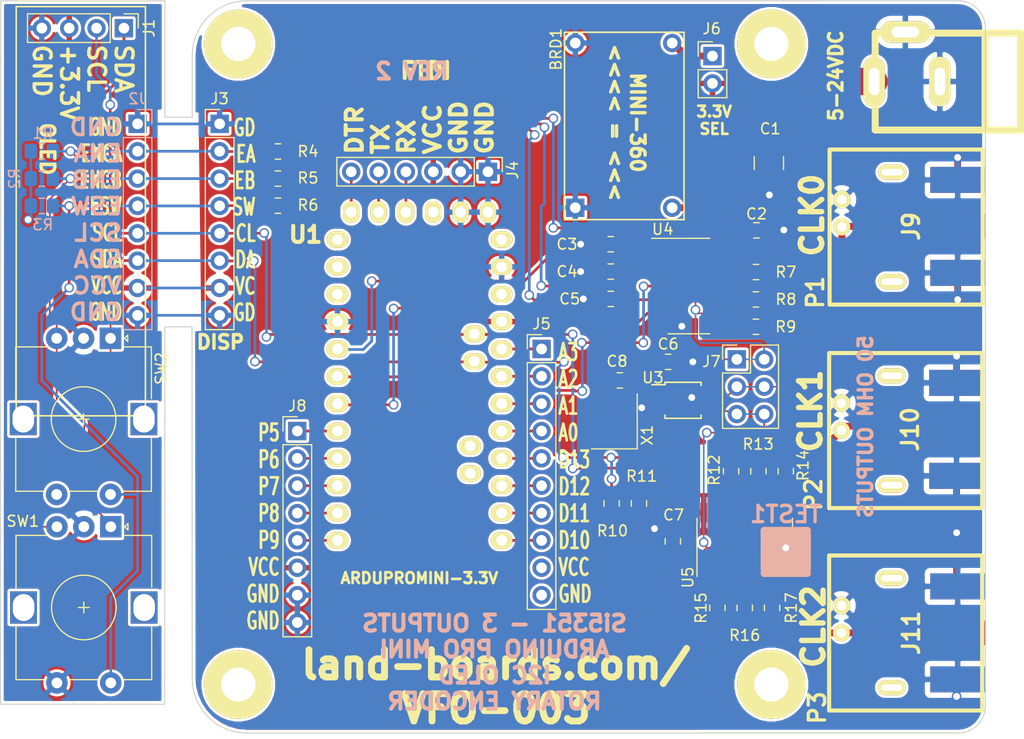
<source format=kicad_pcb>
(kicad_pcb (version 20171130) (host pcbnew "(5.1.10)-1")
  (title_block (title VFO-002) (date 2020-10-18) (rev 1) (company land-boards.com))
  (layers (0 F.Cu signal) (31 B.Cu signal) (36 B.SilkS user) (37 F.SilkS user) (38 B.Mask user hide) (39 F.Mask user) (44 Edge.Cuts user))
  (net 0 "")
  (net 1 GND)
  (net 2 /STM_TX)
  (net 3 /STM_RX)
  (net 4 +3V3)
  (net 5 /STM_SDA)
  (net 6 /STM_SCL)
  (net 7 "Net-(BRD1-PadIN+)")
  (net 8 /ENCSW)
  (net 9 /ENCB)
  (net 10 /ENCA)
  (net 11 "Net-(R7-Pad2)")
  (net 12 "Net-(R8-Pad2)")
  (net 13 "Net-(R9-Pad2)")
  (net 14 "Net-(R12-Pad2)")
  (net 15 /OUT0)
  (net 16 /OUT1)
  (net 17 /OUT3)
  (net 18 /CLK2)
  (net 19 /CLK1)
  (net 20 /CLK0)
  (net 21 "Net-(BRD1-PadOUT+)")
  (net 22 "Net-(C5-Pad1)")
  (net 23 "Net-(R15-Pad2)")
  (net 24 "Net-(R16-Pad2)")
  (net 25 "Net-(R17-Pad2)")
  (net 26 "Net-(C3-Pad1)")
  (net 27 "Net-(C4-Pad1)")
  (net 28 "Net-(R13-Pad2)")
  (net 29 "Net-(R14-Pad2)")
  (net 30 /STM_DTR)
  (net 31 /P2)
  (net 32 /P3)
  (net 33 /P4)
  (net 34 /A3)
  (net 35 /A2)
  (net 36 /A1)
  (net 37 /D13)
  (net 38 /D12)
  (net 39 /D11)
  (net 40 /D10)
  (net 41 /A0)
  (net 42 /P5)
  (net 43 /P6)
  (net 44 /P7)
  (net 45 /P8)
  (net 46 /P9)
  (net 47 "Net-(C8-Pad1)")
  (net 48 "Net-(C8-Pad2)")
  (module Oscillator:Oscillator_SMD_Abracon_ASE-4Pin_3.2x2.5mm_HandSoldering (layer F.Cu) (at 153.416 67.564 90)
    (fp_text reference X1 (at -1.27 3.048 90) (layer F.SilkS))
    (fp_text value ASE-xxxMHz)
    (pad 1 smd rect (at -1.375 1.1 90) (size 1.95 1.65) (layers F.Cu F.Paste F.Mask))
    (pad 2 smd rect (at 1.375 1.1 90) (size 1.95 1.65) (layers F.Cu F.Paste F.Mask) (net 1 GND))
    (pad 3 smd rect (at 1.375 -1.1 90) (size 1.95 1.65) (layers F.Cu F.Paste F.Mask) (net 48 "Net-(C8-Pad2)"))
    (pad 4 smd rect (at -1.375 -1.1 90) (size 1.95 1.65) (layers F.Cu F.Paste F.Mask) (net 4 +3V3))
  )
  (module LandBoards_BoardOutlines:ArduProMini (layer F.Cu) (at 125.1712 44.323)
    (fp_text reference U1 (at -0.4318 5.8928) (layer F.SilkS) (effects (font (size 1.5 1.5) (thickness 0.375))))
    (fp_text value ARDUPROMINI-3.3V (at 10.1346 37.7952) (layer F.SilkS) (effects (font (thickness 0.25))))
    (pad 6 thru_hole oval (at 3.81 3.81) (size 1.524 2) (drill 1) (layers *.Cu *.Mask F.SilkS) (net 30 /STM_DTR))
    (pad 5 thru_hole oval (at 6.35 3.81) (size 1.524 2) (drill 1) (layers *.Cu *.Mask F.SilkS) (net 2 /STM_TX))
    (pad 4 thru_hole oval (at 8.89 3.81) (size 1.524 2) (drill 1) (layers *.Cu *.Mask F.SilkS) (net 3 /STM_RX))
    (pad 3 thru_hole oval (at 11.43 3.81) (size 1.524 2) (drill 1) (layers *.Cu *.Mask F.SilkS))
    (pad 2 thru_hole oval (at 13.97 3.81) (size 1.524 2) (drill 1) (layers *.Cu *.Mask F.SilkS) (net 1 GND))
    (pad 1 thru_hole oval (at 16.51 3.81) (size 1.524 2) (drill 1) (layers *.Cu *.Mask F.SilkS) (net 1 GND))
    (pad 7 thru_hole oval (at 2.54 6.35) (size 2 1.524) (drill 1) (layers *.Cu *.Mask F.SilkS))
    (pad 8 thru_hole oval (at 2.54 8.89) (size 2 1.524) (drill 1) (layers *.Cu *.Mask F.SilkS))
    (pad 9 thru_hole oval (at 2.54 11.43) (size 2 1.524) (drill 1) (layers *.Cu *.Mask F.SilkS))
    (pad 10 thru_hole oval (at 2.54 13.97) (size 2 1.524) (drill 1) (layers *.Cu *.Mask F.SilkS) (net 1 GND))
    (pad 11 thru_hole oval (at 2.54 16.51) (size 2 1.524) (drill 1) (layers *.Cu *.Mask F.SilkS) (net 31 /P2))
    (pad 12 thru_hole oval (at 2.54 19.05) (size 2 1.524) (drill 1) (layers *.Cu *.Mask F.SilkS) (net 32 /P3))
    (pad 13 thru_hole oval (at 2.54 21.59) (size 2 1.524) (drill 1) (layers *.Cu *.Mask F.SilkS) (net 33 /P4))
    (pad 14 thru_hole oval (at 2.54 24.13) (size 2 1.524) (drill 1) (layers *.Cu *.Mask F.SilkS) (net 42 /P5))
    (pad 15 thru_hole oval (at 2.54 26.67) (size 2 1.524) (drill 1) (layers *.Cu *.Mask F.SilkS) (net 43 /P6))
    (pad 16 thru_hole oval (at 2.54 29.21) (size 2 1.524) (drill 1) (layers *.Cu *.Mask F.SilkS) (net 44 /P7))
    (pad 17 thru_hole oval (at 2.54 31.75) (size 2 1.524) (drill 1) (layers *.Cu *.Mask F.SilkS) (net 45 /P8))
    (pad 18 thru_hole oval (at 2.54 34.29) (size 2 1.524) (drill 1) (layers *.Cu *.Mask F.SilkS) (net 46 /P9))
    (pad 19 thru_hole oval (at 17.78 6.35) (size 2 1.524) (drill 1) (layers *.Cu *.Mask F.SilkS))
    (pad 20 thru_hole oval (at 17.78 8.89) (size 2 1.524) (drill 1) (layers *.Cu *.Mask F.SilkS) (net 1 GND))
    (pad 21 thru_hole oval (at 17.78 11.43) (size 2 1.524) (drill 1) (layers *.Cu *.Mask F.SilkS))
    (pad 22 thru_hole oval (at 17.78 13.97) (size 2 1.524) (drill 1) (layers *.Cu *.Mask F.SilkS) (net 4 +3V3))
    (pad 23 thru_hole oval (at 17.78 16.51) (size 2 1.524) (drill 1) (layers *.Cu *.Mask F.SilkS) (net 34 /A3))
    (pad 24 thru_hole oval (at 17.78 19.05) (size 2 1.524) (drill 1) (layers *.Cu *.Mask F.SilkS) (net 35 /A2))
    (pad 25 thru_hole oval (at 17.78 21.59) (size 2 1.524) (drill 1) (layers *.Cu *.Mask F.SilkS) (net 36 /A1))
    (pad 26 thru_hole oval (at 17.78 24.13) (size 2 1.524) (drill 1) (layers *.Cu *.Mask F.SilkS) (net 41 /A0))
    (pad 27 thru_hole oval (at 17.78 26.67) (size 2 1.524) (drill 1) (layers *.Cu *.Mask F.SilkS) (net 37 /D13))
    (pad 28 thru_hole oval (at 17.78 29.21) (size 2 1.524) (drill 1) (layers *.Cu *.Mask F.SilkS) (net 38 /D12))
    (pad 29 thru_hole oval (at 17.78 31.75) (size 2 1.524) (drill 1) (layers *.Cu *.Mask F.SilkS) (net 39 /D11))
    (pad 30 thru_hole oval (at 17.78 34.29) (size 2 1.524) (drill 1) (layers *.Cu *.Mask F.SilkS) (net 40 /D10))
    (pad 31 thru_hole oval (at 15.24 15.113) (size 2 1.524) (drill 1) (layers *.Cu *.Mask F.SilkS) (net 6 /STM_SCL))
    (pad 32 thru_hole oval (at 15.24 17.653) (size 2 1.524) (drill 1) (layers *.Cu *.Mask F.SilkS) (net 5 /STM_SDA))
    (pad 34 thru_hole oval (at 14.859 25.527) (size 2 1.524) (drill 1) (layers *.Cu *.Mask F.SilkS))
    (pad 35 thru_hole oval (at 14.859 28.067) (size 2 1.524) (drill 1) (layers *.Cu *.Mask F.SilkS))
  )
  (module Capacitor_SMD:C_0805_2012Metric_Pad1.15x1.40mm_HandSolder (layer F.Cu) (at 153.924 63.754 180)
    (fp_text reference C8 (at 0.254 1.778) (layer F.SilkS))
    (fp_text value 0.1uF)
    (pad 1 smd roundrect (at -1.025 0 180) (size 1.15 1.4) (layers F.Cu F.Paste F.Mask) (roundrect_rratio 0.217391) (net 47 "Net-(C8-Pad1)"))
    (pad 2 smd roundrect (at 1.025 0 180) (size 1.15 1.4) (layers F.Cu F.Paste F.Mask) (roundrect_rratio 0.217391) (net 48 "Net-(C8-Pad2)"))
  )
  (module Connector_PinHeader_2.54mm:PinHeader_1x06_P2.54mm_Vertical (layer F.Cu) (at 141.6812 44.3738 270)
    (fp_text reference J4 (at -0.1524 -2.286 90) (layer F.SilkS))
    (fp_text value Conn_01x06)
    (pad 6 thru_hole oval (at 0 12.7 270) (size 1.7 1.7) (drill 1) (layers *.Cu *.Mask) (net 30 /STM_DTR))
    (pad 5 thru_hole oval (at 0 10.16 270) (size 1.7 1.7) (drill 1) (layers *.Cu *.Mask) (net 2 /STM_TX))
    (pad 4 thru_hole oval (at 0 7.62 270) (size 1.7 1.7) (drill 1) (layers *.Cu *.Mask) (net 3 /STM_RX))
    (pad 3 thru_hole oval (at 0 5.08 270) (size 1.7 1.7) (drill 1) (layers *.Cu *.Mask) (net 4 +3V3))
    (pad 2 thru_hole oval (at 0 2.54 270) (size 1.7 1.7) (drill 1) (layers *.Cu *.Mask) (net 1 GND))
    (pad 1 thru_hole rect (at 0 0 270) (size 1.7 1.7) (drill 1) (layers *.Cu *.Mask) (net 1 GND))
  )
  (module LandBoards_Conns:BNC-RT-OVAL_MTG (layer F.Cu) (at 174.5 87.2 270)
    (fp_text reference P3 (at 6.959 2.241 90) (layer F.SilkS) (effects (font (size 1.524 1.524) (thickness 0.3048))))
    (fp_text value BNC hide)
    (pad 1 thru_hole circle (at 0 0 270) (size 1.5748 1.5748) (drill 0.889) (layers *.Cu *.Mask F.SilkS) (net 17 /OUT3))
    (pad 2 thru_hole circle (at -2.54 0 270) (size 1.651 1.651) (drill 0.889) (layers *.Cu *.Mask F.SilkS) (net 1 GND))
    (pad "" thru_hole oval (at -5.08 -4.68 270) (size 1.4 2.6) (drill oval 0.6 2.00914) (layers *.Cu *.Mask F.SilkS))
    (pad "" thru_hole oval (at 5.08 -4.68 270) (size 1.4 2.6) (drill oval 0.6 2.00914) (layers *.Cu *.Mask F.SilkS))
  )
  (module LandBoards_Conns:BNC-RT-OVAL_MTG (layer F.Cu) (at 174.5 68.4 270)
    (fp_text reference P2 (at 5.94 2.59 270) (layer F.SilkS) (effects (font (size 1.524 1.524) (thickness 0.3048))))
    (fp_text value BNC hide)
    (pad 1 thru_hole circle (at 0 0 270) (size 1.5748 1.5748) (drill 0.889) (layers *.Cu *.Mask F.SilkS) (net 16 /OUT1))
    (pad 2 thru_hole circle (at -2.54 0 270) (size 1.651 1.651) (drill 0.889) (layers *.Cu *.Mask F.SilkS) (net 1 GND))
    (pad "" thru_hole oval (at -5.08 -4.68 270) (size 1.4 2.6) (drill oval 0.6 2.00914) (layers *.Cu *.Mask F.SilkS))
    (pad "" thru_hole oval (at 5.08 -4.68 270) (size 1.4 2.6) (drill oval 0.6 2.00914) (layers *.Cu *.Mask F.SilkS))
  )
  (module LandBoards_Conns:BNC-RT-OVAL_MTG (layer F.Cu) (at 174.545 49.5 270)
    (fp_text reference P1 (at 6.08 2.465 270) (layer F.SilkS) (effects (font (size 1.524 1.524) (thickness 0.3048))))
    (fp_text value BNC hide)
    (pad 1 thru_hole circle (at 0 0 270) (size 1.5748 1.5748) (drill 0.889) (layers *.Cu *.Mask F.SilkS) (net 15 /OUT0))
    (pad 2 thru_hole circle (at -2.54 0 270) (size 1.651 1.651) (drill 0.889) (layers *.Cu *.Mask F.SilkS) (net 1 GND))
    (pad "" thru_hole oval (at -5.08 -4.68 270) (size 1.4 2.6) (drill oval 0.6 2.00914) (layers *.Cu *.Mask F.SilkS))
    (pad "" thru_hole oval (at 5.08 -4.68 270) (size 1.4 2.6) (drill oval 0.6 2.00914) (layers *.Cu *.Mask F.SilkS))
  )
  (module LandBoards_BoardOutlines:MINI-360 (layer F.Cu) (at 148.7894 48.82 90)
    (fp_text reference BRD1 (at 15.82 -0.7894 270) (layer F.SilkS))
    (fp_text value MINI-360)
    (pad OUT+ thru_hole oval (at 16.4 10 90) (size 1.7 1.7) (drill 1) (layers *.Cu *.Mask) (net 21 "Net-(BRD1-PadOUT+)"))
    (pad IN+ thru_hole oval (at 1.1 10 90) (size 1.7 1.7) (drill 1) (layers *.Cu *.Mask) (net 7 "Net-(BRD1-PadIN+)"))
    (pad OUT- thru_hole oval (at 16.4 1 90) (size 1.7 1.7) (drill 1) (layers *.Cu *.Mask) (net 1 GND))
    (pad IN- thru_hole rect (at 1.1 1 90) (size 1.7 1.7) (drill 1) (layers *.Cu *.Mask) (net 1 GND))
  )
  (module LandBoards_BoardOutlines:OLED-091in (layer F.Cu) (at 107.87 31.04 270)
    (fp_text reference J1 (at 0 -2.33 90) (layer F.SilkS))
    (fp_text value OLED_I2C)
    (pad 4 thru_hole oval (at 0 7.62 270) (size 1.7 1.7) (drill 1) (layers *.Cu *.Mask) (net 1 GND))
    (pad 3 thru_hole oval (at 0 5.08 270) (size 1.7 1.7) (drill 1) (layers *.Cu *.Mask) (net 4 +3V3))
    (pad 2 thru_hole oval (at 0 2.54 270) (size 1.7 1.7) (drill 1) (layers *.Cu *.Mask) (net 6 /STM_SCL))
    (pad 1 thru_hole rect (at 0 0 270) (size 1.7 1.7) (drill 1) (layers *.Cu *.Mask) (net 5 /STM_SDA))
  )
  (module Rotary_Encoder:RotaryEncoder_Alps_EC12E-Switch_Vertical_H20mm (layer F.Cu) (at 106.6254 59.8436 270)
    (fp_text reference SW2 (at 2.8 -4.7 90) (layer F.SilkS))
    (fp_text value Rotary_Encoder_Switch)
    (pad S2 thru_hole circle (at 14.5 5 270) (size 2 2) (drill 1) (layers *.Cu *.Mask))
    (pad S1 thru_hole circle (at 14.5 0 270) (size 2 2) (drill 1) (layers *.Cu *.Mask) (net 8 /ENCSW))
    (pad MP thru_hole rect (at 7.5 8.1 270) (size 3 2.5) (drill oval 2.5 2) (layers *.Cu *.Mask))
    (pad MP thru_hole rect (at 7.5 -3.1 270) (size 3 2.5) (drill oval 2.5 2) (layers *.Cu *.Mask))
    (pad B thru_hole circle (at 0 5 270) (size 2 2) (drill 1) (layers *.Cu *.Mask) (net 9 /ENCB))
    (pad C thru_hole circle (at 0 2.5 270) (size 2 2) (drill 1) (layers *.Cu *.Mask) (net 1 GND))
    (pad A thru_hole rect (at 0 0 270) (size 2 2) (drill 1) (layers *.Cu *.Mask) (net 10 /ENCA))
  )
  (module Connector_PinHeader_2.54mm:PinHeader_1x08_P2.54mm_Vertical (layer B.Cu) (at 109.14 39.93 180)
    (fp_text reference J2 (at 0 2.33) (layer B.SilkS) (effects (justify mirror)))
    (fp_text value Conn_01x08)
    (pad 8 thru_hole oval (at 0 -17.78 180) (size 1.7 1.7) (drill 1) (layers *.Cu *.Mask) (net 1 GND))
    (pad 7 thru_hole oval (at 0 -15.24 180) (size 1.7 1.7) (drill 1) (layers *.Cu *.Mask) (net 4 +3V3))
    (pad 6 thru_hole oval (at 0 -12.7 180) (size 1.7 1.7) (drill 1) (layers *.Cu *.Mask) (net 5 /STM_SDA))
    (pad 5 thru_hole oval (at 0 -10.16 180) (size 1.7 1.7) (drill 1) (layers *.Cu *.Mask) (net 6 /STM_SCL))
    (pad 4 thru_hole oval (at 0 -7.62 180) (size 1.7 1.7) (drill 1) (layers *.Cu *.Mask) (net 8 /ENCSW))
    (pad 3 thru_hole oval (at 0 -5.08 180) (size 1.7 1.7) (drill 1) (layers *.Cu *.Mask) (net 9 /ENCB))
    (pad 2 thru_hole oval (at 0 -2.54 180) (size 1.7 1.7) (drill 1) (layers *.Cu *.Mask) (net 10 /ENCA))
    (pad 1 thru_hole rect (at 0 0 180) (size 1.7 1.7) (drill 1) (layers *.Cu *.Mask) (net 1 GND))
  )
  (module Connector_PinHeader_2.54mm:PinHeader_1x08_P2.54mm_Vertical (layer F.Cu) (at 116.76 39.93)
    (fp_text reference J3 (at 0 -2.33) (layer F.SilkS))
    (fp_text value Conn_01x08)
    (pad 8 thru_hole oval (at 0 17.78) (size 1.7 1.7) (drill 1) (layers *.Cu *.Mask) (net 1 GND))
    (pad 7 thru_hole oval (at 0 15.24) (size 1.7 1.7) (drill 1) (layers *.Cu *.Mask) (net 4 +3V3))
    (pad 6 thru_hole oval (at 0 12.7) (size 1.7 1.7) (drill 1) (layers *.Cu *.Mask) (net 5 /STM_SDA))
    (pad 5 thru_hole oval (at 0 10.16) (size 1.7 1.7) (drill 1) (layers *.Cu *.Mask) (net 6 /STM_SCL))
    (pad 4 thru_hole oval (at 0 7.62) (size 1.7 1.7) (drill 1) (layers *.Cu *.Mask) (net 8 /ENCSW))
    (pad 3 thru_hole oval (at 0 5.08) (size 1.7 1.7) (drill 1) (layers *.Cu *.Mask) (net 9 /ENCB))
    (pad 2 thru_hole oval (at 0 2.54) (size 1.7 1.7) (drill 1) (layers *.Cu *.Mask) (net 10 /ENCA))
    (pad 1 thru_hole rect (at 0 0) (size 1.7 1.7) (drill 1) (layers *.Cu *.Mask) (net 1 GND))
  )
  (module LandBoards_Conns:DCJ-NEW-Slotted (layer F.Cu) (at 183.642 36 180)
    (fp_text reference J99 hide)
    (fp_text value DCJ0202 hide)
    (pad 3 thru_hole oval (at 3.2 4.6 180) (size 4.6 2) (drill oval 2.54 1) (layers *.Cu *.Mask F.SilkS) (net 1 GND))
    (pad 1 thru_hole oval (at 6.1 0 180) (size 2 4.6) (drill oval 1 2.54) (layers *.Cu *.Mask F.SilkS) (net 7 "Net-(BRD1-PadIN+)"))
    (pad 2 thru_hole oval (at 0 0 180) (size 2 4.6) (drill oval 1 2.54) (layers *.Cu *.Mask F.SilkS) (net 1 GND))
  )
  (module Resistor_SMD:R_0805_2012Metric_Pad1.15x1.40mm_HandSolder (layer B.Cu) (at 100.25 45.01)
    (fp_text reference R2 (at -2.54 0 90) (layer B.SilkS) (effects (justify mirror)))
    (fp_text value 10K)
    (pad 2 smd roundrect (at 1.025 0) (size 1.15 1.4) (layers B.Cu B.Paste B.Mask) (roundrect_rratio 0.217391) (net 9 /ENCB))
    (pad 1 smd roundrect (at -1.025 0) (size 1.15 1.4) (layers B.Cu B.Paste B.Mask) (roundrect_rratio 0.217391) (net 4 +3V3))
  )
  (module Resistor_SMD:R_0805_2012Metric_Pad1.15x1.40mm_HandSolder (layer B.Cu) (at 100.25 42.47)
    (fp_text reference R1 (at 0.09 -1.67) (layer B.SilkS) (effects (justify mirror)))
    (fp_text value 10K)
    (pad 2 smd roundrect (at 1.025 0) (size 1.15 1.4) (layers B.Cu B.Paste B.Mask) (roundrect_rratio 0.217391) (net 10 /ENCA))
    (pad 1 smd roundrect (at -1.025 0) (size 1.15 1.4) (layers B.Cu B.Paste B.Mask) (roundrect_rratio 0.217391) (net 4 +3V3))
  )
  (module Resistor_SMD:R_0805_2012Metric_Pad1.15x1.40mm_HandSolder (layer B.Cu) (at 100.25 47.55)
    (fp_text reference R3 (at 0.09 1.75) (layer B.SilkS) (effects (justify mirror)))
    (fp_text value 10K)
    (pad 2 smd roundrect (at 1.025 0) (size 1.15 1.4) (layers B.Cu B.Paste B.Mask) (roundrect_rratio 0.217391) (net 8 /ENCSW))
    (pad 1 smd roundrect (at -1.025 0) (size 1.15 1.4) (layers B.Cu B.Paste B.Mask) (roundrect_rratio 0.217391) (net 4 +3V3))
  )
  (module Resistor_SMD:R_0805_2012Metric_Pad1.15x1.40mm_HandSolder (layer F.Cu) (at 166.562 58.772 180)
    (fp_text reference R9 (at -2.776 0) (layer F.SilkS))
    (fp_text value 150)
    (pad 2 smd roundrect (at 1.025 0 180) (size 1.15 1.4) (layers F.Cu F.Paste F.Mask) (roundrect_rratio 0.217391) (net 13 "Net-(R9-Pad2)"))
    (pad 1 smd roundrect (at -1.025 0 180) (size 1.15 1.4) (layers F.Cu F.Paste F.Mask) (roundrect_rratio 0.217391) (net 15 /OUT0))
  )
  (module Resistor_SMD:R_0805_2012Metric_Pad1.15x1.40mm_HandSolder (layer F.Cu) (at 166.562 56.232 180)
    (fp_text reference R8 (at -2.794 0) (layer F.SilkS))
    (fp_text value 150)
    (pad 2 smd roundrect (at 1.025 0 180) (size 1.15 1.4) (layers F.Cu F.Paste F.Mask) (roundrect_rratio 0.217391) (net 12 "Net-(R8-Pad2)"))
    (pad 1 smd roundrect (at -1.025 0 180) (size 1.15 1.4) (layers F.Cu F.Paste F.Mask) (roundrect_rratio 0.217391) (net 15 /OUT0))
  )
  (module Resistor_SMD:R_0805_2012Metric_Pad1.15x1.40mm_HandSolder (layer F.Cu) (at 166.798 72.18 270)
    (fp_text reference R13 (at -2.5078 0.0216 180) (layer F.SilkS))
    (fp_text value 150)
    (pad 2 smd roundrect (at 1.025 0 270) (size 1.15 1.4) (layers F.Cu F.Paste F.Mask) (roundrect_rratio 0.217391) (net 28 "Net-(R13-Pad2)"))
    (pad 1 smd roundrect (at -1.025 0 270) (size 1.15 1.4) (layers F.Cu F.Paste F.Mask) (roundrect_rratio 0.217391) (net 16 /OUT1))
  )
  (module Resistor_SMD:R_0805_2012Metric_Pad1.15x1.40mm_HandSolder (layer F.Cu) (at 164.258 72.18 270)
    (fp_text reference R12 (at -0.0948 1.571 90) (layer F.SilkS))
    (fp_text value 150)
    (pad 2 smd roundrect (at 1.025 0 270) (size 1.15 1.4) (layers F.Cu F.Paste F.Mask) (roundrect_rratio 0.217391) (net 14 "Net-(R12-Pad2)"))
    (pad 1 smd roundrect (at -1.025 0 270) (size 1.15 1.4) (layers F.Cu F.Paste F.Mask) (roundrect_rratio 0.217391) (net 16 /OUT1))
  )
  (module Resistor_SMD:R_0805_2012Metric_Pad1.15x1.40mm_HandSolder (layer F.Cu) (at 169.338 72.18 270)
    (fp_text reference R14 (at -0.5266 -1.604 90) (layer F.SilkS))
    (fp_text value 150)
    (pad 2 smd roundrect (at 1.025 0 270) (size 1.15 1.4) (layers F.Cu F.Paste F.Mask) (roundrect_rratio 0.217391) (net 29 "Net-(R14-Pad2)"))
    (pad 1 smd roundrect (at -1.025 0 270) (size 1.15 1.4) (layers F.Cu F.Paste F.Mask) (roundrect_rratio 0.217391) (net 16 /OUT1))
  )
  (module Resistor_SMD:R_0805_2012Metric_Pad1.15x1.40mm_HandSolder (layer F.Cu) (at 162.988 84.88 90)
    (fp_text reference R15 (at -0.008 -1.524 90) (layer F.SilkS))
    (fp_text value 150)
    (pad 2 smd roundrect (at 1.025 0 90) (size 1.15 1.4) (layers F.Cu F.Paste F.Mask) (roundrect_rratio 0.217391) (net 23 "Net-(R15-Pad2)"))
    (pad 1 smd roundrect (at -1.025 0 90) (size 1.15 1.4) (layers F.Cu F.Paste F.Mask) (roundrect_rratio 0.217391) (net 17 /OUT3))
  )
  (module Resistor_SMD:R_0805_2012Metric_Pad1.15x1.40mm_HandSolder (layer F.Cu) (at 153.162 75.184 90)
    (fp_text reference R10 (at -2.54 0.08 180) (layer F.SilkS))
    (fp_text value 10K)
    (pad 2 smd roundrect (at 1.025 0 90) (size 1.15 1.4) (layers F.Cu F.Paste F.Mask) (roundrect_rratio 0.217391) (net 5 /STM_SDA))
    (pad 1 smd roundrect (at -1.025 0 90) (size 1.15 1.4) (layers F.Cu F.Paste F.Mask) (roundrect_rratio 0.217391) (net 4 +3V3))
  )
  (module Resistor_SMD:R_0805_2012Metric_Pad1.15x1.40mm_HandSolder (layer F.Cu) (at 155.702 75.184 90)
    (fp_text reference R11 (at 2.54 0.254) (layer F.SilkS))
    (fp_text value 10K)
    (pad 2 smd roundrect (at 1.025 0 90) (size 1.15 1.4) (layers F.Cu F.Paste F.Mask) (roundrect_rratio 0.217391) (net 6 /STM_SCL))
    (pad 1 smd roundrect (at -1.025 0 90) (size 1.15 1.4) (layers F.Cu F.Paste F.Mask) (roundrect_rratio 0.217391) (net 4 +3V3))
  )
  (module Resistor_SMD:R_0805_2012Metric_Pad1.15x1.40mm_HandSolder (layer F.Cu) (at 166.562 53.692 180)
    (fp_text reference R7 (at -2.794 0) (layer F.SilkS))
    (fp_text value 150)
    (pad 2 smd roundrect (at 1.025 0 180) (size 1.15 1.4) (layers F.Cu F.Paste F.Mask) (roundrect_rratio 0.217391) (net 11 "Net-(R7-Pad2)"))
    (pad 1 smd roundrect (at -1.025 0 180) (size 1.15 1.4) (layers F.Cu F.Paste F.Mask) (roundrect_rratio 0.217391) (net 15 /OUT0))
  )
  (module Resistor_SMD:R_0805_2012Metric_Pad1.15x1.40mm_HandSolder (layer F.Cu) (at 165.528 84.88 90)
    (fp_text reference R16 (at -2.548 0 180) (layer F.SilkS))
    (fp_text value 150)
    (pad 2 smd roundrect (at 1.025 0 90) (size 1.15 1.4) (layers F.Cu F.Paste F.Mask) (roundrect_rratio 0.217391) (net 24 "Net-(R16-Pad2)"))
    (pad 1 smd roundrect (at -1.025 0 90) (size 1.15 1.4) (layers F.Cu F.Paste F.Mask) (roundrect_rratio 0.217391) (net 17 /OUT3))
  )
  (module Resistor_SMD:R_0805_2012Metric_Pad1.15x1.40mm_HandSolder (layer F.Cu) (at 168.068 84.88 90)
    (fp_text reference R17 (at -0.008 1.778 90) (layer F.SilkS))
    (fp_text value 150)
    (pad 2 smd roundrect (at 1.025 0 90) (size 1.15 1.4) (layers F.Cu F.Paste F.Mask) (roundrect_rratio 0.217391) (net 25 "Net-(R17-Pad2)"))
    (pad 1 smd roundrect (at -1.025 0 90) (size 1.15 1.4) (layers F.Cu F.Paste F.Mask) (roundrect_rratio 0.217391) (net 17 /OUT3))
  )
  (module Rotary_Encoder:RotaryEncoder_Alps_EC12E-Switch_Vertical_H20mm (layer F.Cu) (at 106.6508 77.3442 270)
    (fp_text reference SW1 (at -0.514 8.168 180) (layer F.SilkS))
    (fp_text value Rotary_Encoder_Switch)
    (pad A thru_hole rect (at 0 0 270) (size 2 2) (drill 1) (layers *.Cu *.Mask) (net 10 /ENCA))
    (pad C thru_hole circle (at 0 2.5 270) (size 2 2) (drill 1) (layers *.Cu *.Mask) (net 1 GND))
    (pad B thru_hole circle (at 0 5 270) (size 2 2) (drill 1) (layers *.Cu *.Mask) (net 9 /ENCB))
    (pad MP thru_hole rect (at 7.5 -3.1 270) (size 3 2.5) (drill oval 2.5 2) (layers *.Cu *.Mask))
    (pad MP thru_hole rect (at 7.5 8.1 270) (size 3 2.5) (drill oval 2.5 2) (layers *.Cu *.Mask))
    (pad S1 thru_hole circle (at 14.5 0 270) (size 2 2) (drill 1) (layers *.Cu *.Mask) (net 8 /ENCSW))
    (pad S2 thru_hole circle (at 14.5 5 270) (size 2 2) (drill 1) (layers *.Cu *.Mask) (net 1 GND))
  )
  (module LandBoards_Marking:TEST_BLK-REAR (layer F.Cu) (at 169.338 79.681)
    (fp_text reference TEST1 (at 0 -3.5) (layer B.SilkS) (effects (font (size 1.524 1.524) (thickness 0.3048)) (justify mirror)))
    (fp_text value COUPON hide)
  )
  (module Package_SO:MSOP-10_3x3mm_P0.5mm (layer F.Cu) (at 159.8 65.6)
    (fp_text reference U3 (at -2.794 -2.1) (layer F.SilkS))
    (fp_text value Si5351A)
    (pad 10 smd rect (at 2.2 -1) (size 1.4 0.3) (layers F.Cu F.Paste F.Mask) (net 20 /CLK0))
    (pad 9 smd rect (at 2.2 -0.5) (size 1.4 0.3) (layers F.Cu F.Paste F.Mask) (net 19 /CLK1))
    (pad 8 smd rect (at 2.2 0) (size 1.4 0.3) (layers F.Cu F.Paste F.Mask) (net 1 GND))
    (pad 7 smd rect (at 2.2 0.5) (size 1.4 0.3) (layers F.Cu F.Paste F.Mask) (net 4 +3V3))
    (pad 6 smd rect (at 2.2 1) (size 1.4 0.3) (layers F.Cu F.Paste F.Mask) (net 18 /CLK2))
    (pad 5 smd rect (at -2.2 1) (size 1.4 0.3) (layers F.Cu F.Paste F.Mask) (net 5 /STM_SDA))
    (pad 4 smd rect (at -2.2 0.5) (size 1.4 0.3) (layers F.Cu F.Paste F.Mask) (net 6 /STM_SCL))
    (pad 3 smd rect (at -2.2 0) (size 1.4 0.3) (layers F.Cu F.Paste F.Mask))
    (pad 2 smd rect (at -2.2 -0.5) (size 1.4 0.3) (layers F.Cu F.Paste F.Mask) (net 47 "Net-(C8-Pad1)"))
    (pad 1 smd rect (at -2.2 -1) (size 1.4 0.3) (layers F.Cu F.Paste F.Mask) (net 4 +3V3))
  )
  (module Package_SO:SOIC-14_3.9x8.7mm_P1.27mm (layer F.Cu) (at 160.342 54.992)
    (fp_text reference U4 (at -2.434 -5.27) (layer F.SilkS))
    (fp_text value 74AC14)
    (pad 14 smd roundrect (at 2.475 -3.81) (size 1.95 0.6) (layers F.Cu F.Paste F.Mask) (net 4 +3V3))
    (pad 13 smd roundrect (at 2.475 -2.54) (size 1.95 0.6) (layers F.Cu F.Paste F.Mask) (net 20 /CLK0))
    (pad 12 smd roundrect (at 2.475 -1.27) (size 1.95 0.6) (layers F.Cu F.Paste F.Mask) (net 11 "Net-(R7-Pad2)"))
    (pad 11 smd roundrect (at 2.475 0) (size 1.95 0.6) (layers F.Cu F.Paste F.Mask) (net 20 /CLK0))
    (pad 10 smd roundrect (at 2.475 1.27) (size 1.95 0.6) (layers F.Cu F.Paste F.Mask) (net 12 "Net-(R8-Pad2)"))
    (pad 9 smd roundrect (at 2.475 2.54) (size 1.95 0.6) (layers F.Cu F.Paste F.Mask) (net 20 /CLK0))
    (pad 8 smd roundrect (at 2.475 3.81) (size 1.95 0.6) (layers F.Cu F.Paste F.Mask) (net 13 "Net-(R9-Pad2)"))
    (pad 7 smd roundrect (at -2.475 3.81) (size 1.95 0.6) (layers F.Cu F.Paste F.Mask) (net 1 GND))
    (pad 6 smd roundrect (at -2.475 2.54) (size 1.95 0.6) (layers F.Cu F.Paste F.Mask) (net 33 /P4))
    (pad 5 smd roundrect (at -2.475 1.27) (size 1.95 0.6) (layers F.Cu F.Paste F.Mask) (net 22 "Net-(C5-Pad1)"))
    (pad 4 smd roundrect (at -2.475 0) (size 1.95 0.6) (layers F.Cu F.Paste F.Mask) (net 32 /P3))
    (pad 3 smd roundrect (at -2.475 -1.27) (size 1.95 0.6) (layers F.Cu F.Paste F.Mask) (net 27 "Net-(C4-Pad1)"))
    (pad 2 smd roundrect (at -2.475 -2.54) (size 1.95 0.6) (layers F.Cu F.Paste F.Mask) (net 31 /P2))
    (pad 1 smd roundrect (at -2.475 -3.81) (size 1.95 0.6) (layers F.Cu F.Paste F.Mask) (net 26 "Net-(C3-Pad1)"))
  )
  (module Package_SO:SOIC-14_3.9x8.7mm_P1.27mm (layer F.Cu) (at 165.528 78.5 90)
    (fp_text reference U5 (at -3.556 -5.28 90) (layer F.SilkS))
    (fp_text value 74AC14)
    (pad 14 smd roundrect (at 2.475 -3.81 90) (size 1.95 0.6) (layers F.Cu F.Paste F.Mask) (net 4 +3V3))
    (pad 13 smd roundrect (at 2.475 -2.54 90) (size 1.95 0.6) (layers F.Cu F.Paste F.Mask) (net 19 /CLK1))
    (pad 12 smd roundrect (at 2.475 -1.27 90) (size 1.95 0.6) (layers F.Cu F.Paste F.Mask) (net 14 "Net-(R12-Pad2)"))
    (pad 11 smd roundrect (at 2.475 0 90) (size 1.95 0.6) (layers F.Cu F.Paste F.Mask) (net 19 /CLK1))
    (pad 10 smd roundrect (at 2.475 1.27 90) (size 1.95 0.6) (layers F.Cu F.Paste F.Mask) (net 28 "Net-(R13-Pad2)"))
    (pad 9 smd roundrect (at 2.475 2.54 90) (size 1.95 0.6) (layers F.Cu F.Paste F.Mask) (net 19 /CLK1))
    (pad 8 smd roundrect (at 2.475 3.81 90) (size 1.95 0.6) (layers F.Cu F.Paste F.Mask) (net 29 "Net-(R14-Pad2)"))
    (pad 7 smd roundrect (at -2.475 3.81 90) (size 1.95 0.6) (layers F.Cu F.Paste F.Mask) (net 1 GND))
    (pad 6 smd roundrect (at -2.475 2.54 90) (size 1.95 0.6) (layers F.Cu F.Paste F.Mask) (net 25 "Net-(R17-Pad2)"))
    (pad 5 smd roundrect (at -2.475 1.27 90) (size 1.95 0.6) (layers F.Cu F.Paste F.Mask) (net 18 /CLK2))
    (pad 4 smd roundrect (at -2.475 0 90) (size 1.95 0.6) (layers F.Cu F.Paste F.Mask) (net 24 "Net-(R16-Pad2)"))
    (pad 3 smd roundrect (at -2.475 -1.27 90) (size 1.95 0.6) (layers F.Cu F.Paste F.Mask) (net 18 /CLK2))
    (pad 2 smd roundrect (at -2.475 -2.54 90) (size 1.95 0.6) (layers F.Cu F.Paste F.Mask) (net 23 "Net-(R15-Pad2)"))
    (pad 1 smd roundrect (at -2.475 -3.81 90) (size 1.95 0.6) (layers F.Cu F.Paste F.Mask) (net 18 /CLK2))
  )
  (module LandBoards_MountHoles:MTG-4-40 (layer F.Cu) (at 168 32.5)
    (fp_text reference MTG1 hide)
    (fp_text value MTG_HOLE hide)
    (pad 1 thru_hole circle (at 0 0) (size 6.35 6.35) (drill 3.175) (layers *.Cu *.Mask F.SilkS))
  )
  (module LandBoards_MountHoles:MTG-4-40 (layer F.Cu) (at 118.5 92)
    (fp_text reference MTG2 hide)
    (fp_text value MTG_HOLE hide)
    (pad 1 thru_hole circle (at 0 0) (size 6.35 6.35) (drill 3.175) (layers *.Cu *.Mask F.SilkS))
  )
  (module LandBoards_MountHoles:MTG-4-40 (layer F.Cu) (at 168 92)
    (fp_text reference MTG3 hide)
    (fp_text value MTG_HOLE hide)
    (pad 1 thru_hole circle (at 0 0) (size 6.35 6.35) (drill 3.175) (layers *.Cu *.Mask F.SilkS))
  )
  (module LandBoards_MountHoles:MTG-4-40 (layer F.Cu) (at 118.5 32.5)
    (fp_text reference MTG4 hide)
    (fp_text value MTG_HOLE hide)
    (pad 1 thru_hole circle (at 0 0) (size 6.35 6.35) (drill 3.175) (layers *.Cu *.Mask F.SilkS))
  )
  (module Capacitor_SMD:C_0805_2012Metric_Pad1.15x1.40mm_HandSolder (layer F.Cu) (at 166.6202 49.8152)
    (fp_text reference C2 (at 0 -1.524) (layer F.SilkS))
    (fp_text value 0.1uF)
    (pad 2 smd roundrect (at 1.025 0) (size 1.15 1.4) (layers F.Cu F.Paste F.Mask) (roundrect_rratio 0.217391) (net 1 GND))
    (pad 1 smd roundrect (at -1.025 0) (size 1.15 1.4) (layers F.Cu F.Paste F.Mask) (roundrect_rratio 0.217391) (net 4 +3V3))
  )
  (module Capacitor_SMD:C_0805_2012Metric_Pad1.15x1.40mm_HandSolder (layer F.Cu) (at 158.85 78.7 90)
    (fp_text reference C7 (at 2.448 0.074 180) (layer F.SilkS))
    (fp_text value 0.1uF)
    (pad 2 smd roundrect (at 1.025 0 90) (size 1.15 1.4) (layers F.Cu F.Paste F.Mask) (roundrect_rratio 0.217391) (net 1 GND))
    (pad 1 smd roundrect (at -1.025 0 90) (size 1.15 1.4) (layers F.Cu F.Paste F.Mask) (roundrect_rratio 0.217391) (net 4 +3V3))
  )
  (module Capacitor_SMD:C_0805_2012Metric_Pad1.15x1.40mm_HandSolder (layer F.Cu) (at 158.416 62.028)
    (fp_text reference C6 (at 0 -1.65) (layer F.SilkS))
    (fp_text value 0.1uF)
    (pad 2 smd roundrect (at 1.025 0) (size 1.15 1.4) (layers F.Cu F.Paste F.Mask) (roundrect_rratio 0.217391) (net 1 GND))
    (pad 1 smd roundrect (at -1.025 0) (size 1.15 1.4) (layers F.Cu F.Paste F.Mask) (roundrect_rratio 0.217391) (net 4 +3V3))
  )
  (module Capacitor_SMD:C_1210_3225Metric_Pad1.42x2.65mm_HandSolder (layer F.Cu) (at 167.768 43.57 270)
    (fp_text reference C1 (at -3.184 -0.126 180) (layer F.SilkS))
    (fp_text value 10uF)
    (pad 2 smd roundrect (at 1.4875 0 270) (size 1.425 2.65) (layers F.Cu F.Paste F.Mask) (roundrect_rratio 0.175439) (net 1 GND))
    (pad 1 smd roundrect (at -1.4875 0 270) (size 1.425 2.65) (layers F.Cu F.Paste F.Mask) (roundrect_rratio 0.175439) (net 4 +3V3))
  )
  (module Connector_PinHeader_2.54mm:PinHeader_1x02_P2.54mm_Vertical (layer F.Cu) (at 162.5308 33.6308)
    (fp_text reference J6 (at -0.0724 -2.5412) (layer F.SilkS))
    (fp_text value Conn_01x02)
    (pad 2 thru_hole oval (at 0 2.54) (size 1.7 1.7) (drill 1) (layers *.Cu *.Mask) (net 4 +3V3))
    (pad 1 thru_hole rect (at 0 0) (size 1.7 1.7) (drill 1) (layers *.Cu *.Mask) (net 21 "Net-(BRD1-PadOUT+)"))
  )
  (module LandBoards_Conns:SMA_EDGE (layer F.Cu) (at 185.3 49.45)
    (fp_text reference J9 (at -4.318 0 90) (layer F.SilkS) (effects (font (size 1.524 1.524) (thickness 0.3048))))
    (fp_text value SMA-F hide)
    (pad 2 smd rect (at 0 4.318) (size 5.08 2.413) (layers B.Cu B.Paste B.Mask) (net 1 GND))
    (pad 2 smd rect (at 0 -4.318) (size 5.08 2.413) (layers B.Cu B.Paste B.Mask) (net 1 GND))
    (pad 2 smd rect (at 0 4.318) (size 5.08 2.413) (layers F.Cu F.Paste F.Mask) (net 1 GND))
    (pad 2 smd rect (at 0 -4.318) (size 5.08 2.413) (layers F.Cu F.Paste F.Mask) (net 1 GND))
    (pad 1 smd rect (at 0 0) (size 5.08 2.286) (layers F.Cu F.Paste F.Mask) (net 15 /OUT0))
  )
  (module LandBoards_Conns:SMA_EDGE (layer F.Cu) (at 185.2 68.3)
    (fp_text reference J10 (at -4.318 0 90) (layer F.SilkS) (effects (font (size 1.524 1.524) (thickness 0.3048))))
    (fp_text value SMA-F hide)
    (pad 2 smd rect (at 0 4.318) (size 5.08 2.413) (layers B.Cu B.Paste B.Mask) (net 1 GND))
    (pad 2 smd rect (at 0 -4.318) (size 5.08 2.413) (layers B.Cu B.Paste B.Mask) (net 1 GND))
    (pad 2 smd rect (at 0 4.318) (size 5.08 2.413) (layers F.Cu F.Paste F.Mask) (net 1 GND))
    (pad 2 smd rect (at 0 -4.318) (size 5.08 2.413) (layers F.Cu F.Paste F.Mask) (net 1 GND))
    (pad 1 smd rect (at 0 0) (size 5.08 2.286) (layers F.Cu F.Paste F.Mask) (net 16 /OUT1))
  )
  (module LandBoards_Conns:SMA_EDGE (layer F.Cu) (at 185.3 87.2)
    (fp_text reference J11 (at -4.318 0 90) (layer F.SilkS) (effects (font (size 1.524 1.524) (thickness 0.3048))))
    (fp_text value SMA-F hide)
    (pad 2 smd rect (at 0 4.318) (size 5.08 2.413) (layers B.Cu B.Paste B.Mask) (net 1 GND))
    (pad 2 smd rect (at 0 -4.318) (size 5.08 2.413) (layers B.Cu B.Paste B.Mask) (net 1 GND))
    (pad 2 smd rect (at 0 4.318) (size 5.08 2.413) (layers F.Cu F.Paste F.Mask) (net 1 GND))
    (pad 2 smd rect (at 0 -4.318) (size 5.08 2.413) (layers F.Cu F.Paste F.Mask) (net 1 GND))
    (pad 1 smd rect (at 0 0) (size 5.08 2.286) (layers F.Cu F.Paste F.Mask) (net 17 /OUT3))
  )
  (module Capacitor_SMD:C_0805_2012Metric_Pad1.15x1.40mm_HandSolder (layer F.Cu) (at 153.082 51.106 180)
    (fp_text reference C3 (at 4.064 0) (layer F.SilkS))
    (fp_text value 0.1uF)
    (pad 2 smd roundrect (at 1.025 0 180) (size 1.15 1.4) (layers F.Cu F.Paste F.Mask) (roundrect_rratio 0.217391) (net 1 GND))
    (pad 1 smd roundrect (at -1.025 0 180) (size 1.15 1.4) (layers F.Cu F.Paste F.Mask) (roundrect_rratio 0.217391) (net 26 "Net-(C3-Pad1)"))
  )
  (module Capacitor_SMD:C_0805_2012Metric_Pad1.15x1.40mm_HandSolder (layer F.Cu) (at 153.082 53.646 180)
    (fp_text reference C4 (at 4.064 0) (layer F.SilkS))
    (fp_text value 0.1uF)
    (pad 1 smd roundrect (at -1.025 0 180) (size 1.15 1.4) (layers F.Cu F.Paste F.Mask) (roundrect_rratio 0.217391) (net 27 "Net-(C4-Pad1)"))
    (pad 2 smd roundrect (at 1.025 0 180) (size 1.15 1.4) (layers F.Cu F.Paste F.Mask) (roundrect_rratio 0.217391) (net 1 GND))
  )
  (module Capacitor_SMD:C_0805_2012Metric_Pad1.15x1.40mm_HandSolder (layer F.Cu) (at 153.082 56.186 180)
    (fp_text reference C5 (at 3.81 0 180) (layer F.SilkS))
    (fp_text value 0.1uF)
    (pad 1 smd roundrect (at -1.025 0 180) (size 1.15 1.4) (layers F.Cu F.Paste F.Mask) (roundrect_rratio 0.217391) (net 22 "Net-(C5-Pad1)"))
    (pad 2 smd roundrect (at 1.025 0 180) (size 1.15 1.4) (layers F.Cu F.Paste F.Mask) (roundrect_rratio 0.217391) (net 1 GND))
  )
  (module Resistor_SMD:R_0805_2012Metric_Pad1.15x1.40mm_HandSolder (layer F.Cu) (at 122.174 42.4942 180)
    (fp_text reference R4 (at -2.794 0) (layer F.SilkS))
    (fp_text value 1K)
    (pad 2 smd roundrect (at 1.025 0 180) (size 1.15 1.4) (layers F.Cu F.Paste F.Mask) (roundrect_rratio 0.217391) (net 10 /ENCA))
    (pad 1 smd roundrect (at -1.025 0 180) (size 1.15 1.4) (layers F.Cu F.Paste F.Mask) (roundrect_rratio 0.217391) (net 26 "Net-(C3-Pad1)"))
  )
  (module Resistor_SMD:R_0805_2012Metric_Pad1.15x1.40mm_HandSolder (layer F.Cu) (at 122.174 45.0088 180)
    (fp_text reference R5 (at -2.794 0.052) (layer F.SilkS))
    (fp_text value 1K)
    (pad 1 smd roundrect (at -1.025 0 180) (size 1.15 1.4) (layers F.Cu F.Paste F.Mask) (roundrect_rratio 0.217391) (net 27 "Net-(C4-Pad1)"))
    (pad 2 smd roundrect (at 1.025 0 180) (size 1.15 1.4) (layers F.Cu F.Paste F.Mask) (roundrect_rratio 0.217391) (net 9 /ENCB))
  )
  (module Resistor_SMD:R_0805_2012Metric_Pad1.15x1.40mm_HandSolder (layer F.Cu) (at 122.174 47.5234 180)
    (fp_text reference R6 (at -2.794 0.052) (layer F.SilkS))
    (fp_text value 1K)
    (pad 1 smd roundrect (at -1.025 0 180) (size 1.15 1.4) (layers F.Cu F.Paste F.Mask) (roundrect_rratio 0.217391) (net 22 "Net-(C5-Pad1)"))
    (pad 2 smd roundrect (at 1.025 0 180) (size 1.15 1.4) (layers F.Cu F.Paste F.Mask) (roundrect_rratio 0.217391) (net 8 /ENCSW))
  )
  (module Connector_PinHeader_2.54mm:PinHeader_1x10_P2.54mm_Vertical (layer F.Cu) (at 146.6596 60.833)
    (fp_text reference J5 (at 0 -2.33) (layer F.SilkS))
    (fp_text value Conn_01x10)
    (pad 1 thru_hole rect (at 0 0) (size 1.7 1.7) (drill 1) (layers *.Cu *.Mask) (net 34 /A3))
    (pad 2 thru_hole oval (at 0 2.54) (size 1.7 1.7) (drill 1) (layers *.Cu *.Mask) (net 35 /A2))
    (pad 3 thru_hole oval (at 0 5.08) (size 1.7 1.7) (drill 1) (layers *.Cu *.Mask) (net 36 /A1))
    (pad 4 thru_hole oval (at 0 7.62) (size 1.7 1.7) (drill 1) (layers *.Cu *.Mask) (net 41 /A0))
    (pad 5 thru_hole oval (at 0 10.16) (size 1.7 1.7) (drill 1) (layers *.Cu *.Mask) (net 37 /D13))
    (pad 6 thru_hole oval (at 0 12.7) (size 1.7 1.7) (drill 1) (layers *.Cu *.Mask) (net 38 /D12))
    (pad 7 thru_hole oval (at 0 15.24) (size 1.7 1.7) (drill 1) (layers *.Cu *.Mask) (net 39 /D11))
    (pad 8 thru_hole oval (at 0 17.78) (size 1.7 1.7) (drill 1) (layers *.Cu *.Mask) (net 40 /D10))
    (pad 9 thru_hole oval (at 0 20.32) (size 1.7 1.7) (drill 1) (layers *.Cu *.Mask))
    (pad 10 thru_hole oval (at 0 22.86) (size 1.7 1.7) (drill 1) (layers *.Cu *.Mask))
  )
  (module Connector_PinHeader_2.54mm:PinHeader_2x03_P2.54mm_Vertical (layer F.Cu) (at 164.7952 61.7982)
    (fp_text reference J7 (at -2.3622 0.2032) (layer F.SilkS))
    (fp_text value Conn_01x06)
    (pad 1 thru_hole rect (at 0 0) (size 1.7 1.7) (drill 1) (layers *.Cu *.Mask) (net 20 /CLK0))
    (pad 2 thru_hole oval (at 2.54 0) (size 1.7 1.7) (drill 1) (layers *.Cu *.Mask) (net 20 /CLK0))
    (pad 3 thru_hole oval (at 0 2.54) (size 1.7 1.7) (drill 1) (layers *.Cu *.Mask) (net 19 /CLK1))
    (pad 4 thru_hole oval (at 2.54 2.54) (size 1.7 1.7) (drill 1) (layers *.Cu *.Mask) (net 19 /CLK1))
    (pad 5 thru_hole oval (at 0 5.08) (size 1.7 1.7) (drill 1) (layers *.Cu *.Mask) (net 18 /CLK2))
    (pad 6 thru_hole oval (at 2.54 5.08) (size 1.7 1.7) (drill 1) (layers *.Cu *.Mask) (net 18 /CLK2))
  )
  (module Connector_PinHeader_2.54mm:PinHeader_1x08_P2.54mm_Vertical (layer F.Cu) (at 123.9774 68.453)
    (fp_text reference J8 (at 0 -2.33) (layer F.SilkS))
    (fp_text value Conn_01x08)
    (pad 1 thru_hole rect (at 0 0) (size 1.7 1.7) (drill 1) (layers *.Cu *.Mask) (net 42 /P5))
    (pad 2 thru_hole oval (at 0 2.54) (size 1.7 1.7) (drill 1) (layers *.Cu *.Mask) (net 43 /P6))
    (pad 3 thru_hole oval (at 0 5.08) (size 1.7 1.7) (drill 1) (layers *.Cu *.Mask) (net 44 /P7))
    (pad 4 thru_hole oval (at 0 7.62) (size 1.7 1.7) (drill 1) (layers *.Cu *.Mask) (net 45 /P8))
    (pad 5 thru_hole oval (at 0 10.16) (size 1.7 1.7) (drill 1) (layers *.Cu *.Mask) (net 46 /P9))
    (pad 6 thru_hole oval (at 0 12.7) (size 1.7 1.7) (drill 1) (layers *.Cu *.Mask) (net 4 +3V3))
    (pad 7 thru_hole oval (at 0 15.24) (size 1.7 1.7) (drill 1) (layers *.Cu *.Mask) (net 1 GND))
    (pad 8 thru_hole oval (at 0 17.78) (size 1.7 1.7) (drill 1) (layers *.Cu *.Mask) (net 1 GND))
  )
  (gr_text "REV 2" (at 134.62 35.052) (layer B.SilkS) (effects (font (size 1.5 1.5) (thickness 0.375)) (justify mirror)))
  (gr_text "DTR\nTX\nRX\nVCC\nGND\nGND" (at 135.3312 42.9514 90) (layer F.SilkS) (effects (font (size 1.5 1.6) (thickness 0.375)) (justify left)))
  (gr_text "P5\nP6\nP7\nP8\nP9\nVCC\nGND\nGND" (at 122.4788 77.343) (layer F.SilkS) (effects (font (size 1.55 1) (thickness 0.25)) (justify right)))
  (gr_text "A3\nA2\nA1\nA0\nD13\nD12\nD11\nD10\nVCC\nGND" (at 148.082 72.3646) (layer F.SilkS) (effects (font (size 1.55 1) (thickness 0.25)) (justify left)))
  (gr_text DISP (at 116.84 60.198) (layer F.SilkS) (effects (font (size 1.27 1.27) (thickness 0.3175))))
  (gr_text "GD\nEA\nEB\nSW\nCL\nDA\nVC\nGD" (at 120.2398 48.8708) (layer F.SilkS) (effects (font (size 1.524 1) (thickness 0.25)) (justify right)))
  (gr_text "3.3V\nSEL" (at 162.687 39.5986) (layer F.SilkS) (effects (font (size 1 1) (thickness 0.25))))
  (gr_text OLED (at 100.758 42.2668 270) (layer F.SilkS) (effects (font (size 1.27 1.27) (thickness 0.3175))))
  (gr_text "50 OHM OUTPUTS" (at 176.75 68.05 90) (layer B.SilkS) (effects (font (size 1.27 1.27) (thickness 0.3175)) (justify mirror)))
  (gr_text "GND\nENA\nENB\nESW\nSCL\nSDA\nVCC\nGND" (at 107.87 48.82) (layer B.SilkS) (effects (font (size 1.524 1.5748) (thickness 0.3175)) (justify left mirror)))
  (gr_text "Si5351 - 3 OUTPUTS\nARDUINO PRO MINI\nI2C OLED\nROTARY ENCODER" (at 142.2908 89.9414) (layer B.SilkS) (effects (font (size 1.5 1.5) (thickness 0.375)) (justify mirror)))
  (gr_text 5-24VDC (at 173.99 35.4584 90) (layer F.SilkS) (effects (font (size 1.27 1.2) (thickness 0.3))))
  (gr_text CLK2 (at 171.9034 86.614 90) (layer F.SilkS) (effects (font (size 2 2) (thickness 0.5))))
  (gr_text CLK1 (at 171.624 66.6 90) (layer F.SilkS) (effects (font (size 2 2) (thickness 0.5))))
  (gr_text CLK0 (at 171.7764 48.4136 90) (layer F.SilkS) (effects (font (size 2 2) (thickness 0.5))))
  (gr_line (start 98.04 28.5) (end 110.04 28.5) (layer F.SilkS) (width 0.15))
  (gr_text "GND\nENCA\nENCB\nESW\nSCL\nSDA\nVCC\nGND" (at 107.87 48.82) (layer F.SilkS) (effects (font (size 1.524 1) (thickness 0.25)) (justify right)))
  (gr_line (start 114.22 91.42) (end 114.195 58.7768) (layer Edge.Cuts) (width 0.1))
  (gr_text "SDA\nSCL\n+3.3V\nGND" (at 104.06 32.4 270) (layer F.SilkS) (effects (font (size 1.5748 1.5748) (thickness 0.3175)) (justify left)))
  (gr_text "MINI-360\n<<<< = <<<" (at 154.55 39.803 270) (layer F.SilkS) (effects (font (size 1.27 1.27) (thickness 0.3175))))
  (gr_text FTDI (at 135.9154 35.0012) (layer F.SilkS) (effects (font (size 1.5 1.5) (thickness 0.375))))
  (gr_text "land-boards.com/\nVFO-003" (at 142.414 92.202) (layer F.SilkS) (effects (font (size 2.54 2.54) (thickness 0.635))))
  (gr_line (start 187.88 93.96) (end 187.88 31.04) (layer Edge.Cuts) (width 0.1))
  (gr_line (start 185.34 28.5) (end 119.3 28.5) (layer Edge.Cuts) (width 0.1))
  (gr_line (start 114.22 33.58) (end 114.22 39.3204) (layer Edge.Cuts) (width 0.1))
  (gr_line (start 119.3 96.5) (end 185.34 96.5) (layer Edge.Cuts) (width 0.1))
  (gr_arc (start 185.34 93.96) (end 185.34 96.5) (angle -90) (layer Edge.Cuts) (width 0.1))
  (gr_arc (start 185.34 31.04) (end 187.88 31.04) (angle -90) (layer Edge.Cuts) (width 0.1))
  (gr_arc (start 119.3 33.58) (end 119.3 28.5) (angle -90) (layer Edge.Cuts) (width 0.1))
  (gr_arc (start 119.3 91.42) (end 114.22 91.42) (angle -90) (layer Edge.Cuts) (width 0.1))
  (gr_line (start 96.4146 93.8288) (end 96.44 28.5) (layer Edge.Cuts) (width 0.1))
  (gr_line (start 111.6546 93.8288) (end 96.4146 93.8288) (layer Edge.Cuts) (width 0.1))
  (gr_line (start 111.68 58.7768) (end 111.6546 93.8288) (layer Edge.Cuts) (width 0.1))
  (gr_line (start 114.1946 58.7768) (end 111.6796 58.7768) (layer Edge.Cuts) (width 0.1))
  (gr_line (start 111.68 39.3204) (end 114.22 39.3204) (layer Edge.Cuts) (width 0.1))
  (gr_line (start 111.68 28.5) (end 111.68 39.3204) (layer Edge.Cuts) (width 0.1))
  (gr_line (start 96.44 28.5) (end 111.68 28.5) (layer Edge.Cuts) (width 0.1))
  (segment (start 185.34 45.544) (end 185.086 45.544) (width 0.635) (layer F.Cu) (net 1))
  (segment (start 185.2 72.218) (end 185.2 77.9) (width 0.635) (layer F.Cu) (net 1))
  (segment (start 185.2 77.9) (end 185.2 82.382) (width 0.635) (layer F.Cu) (net 1))
  (via (at 185.2 77.9) (size 0.889) (drill 0.635) (layers F.Cu B.Cu) (net 1))
  (via (at 185.2 93.1) (size 0.889) (drill 0.635) (layers F.Cu B.Cu) (net 1))
  (segment (start 185.2 91.018) (end 185.2 93.1) (width 0.635) (layer F.Cu) (net 1))
  (via (at 185.3 43.05) (size 0.889) (drill 0.635) (layers F.Cu B.Cu) (net 1))
  (segment (start 185.3 45.132) (end 185.3 43.05) (width 0.635) (layer F.Cu) (net 1))
  (via (at 185.3 56.25) (size 0.889) (drill 0.635) (layers F.Cu B.Cu) (net 1))
  (segment (start 185.3 53.768) (end 185.3 56.25) (width 0.635) (layer F.Cu) (net 1))
  (via (at 185.2 61.5) (size 0.889) (drill 0.635) (layers F.Cu B.Cu) (net 1))
  (segment (start 185.2 63.582) (end 185.2 61.5) (width 0.635) (layer F.Cu) (net 1))
  (via (at 169.1602 49.7852) (size 0.889) (drill 0.635) (layers F.Cu B.Cu) (net 1))
  (segment (start 167.6452 49.8152) (end 169.1302 49.8152) (width 0.254) (layer F.Cu) (net 1))
  (segment (start 169.1302 49.8152) (end 169.1602 49.7852) (width 0.254) (layer F.Cu) (net 1))
  (via (at 160.607666 65.34262) (size 0.889) (drill 0.635) (layers F.Cu B.Cu) (net 1))
  (segment (start 162 65.6) (end 160.865046 65.6) (width 0.1524) (layer F.Cu) (net 1))
  (segment (start 160.865046 65.6) (end 160.607666 65.34262) (width 0.1524) (layer F.Cu) (net 1))
  (segment (start 157.867 58.802) (end 159.61 58.802) (width 0.254) (layer F.Cu) (net 1))
  (via (at 159.686 58.726) (size 0.889) (drill 0.635) (layers F.Cu B.Cu) (net 1))
  (segment (start 159.61 58.802) (end 159.686 58.726) (width 0.254) (layer F.Cu) (net 1))
  (via (at 167.814 46.534) (size 0.889) (drill 0.635) (layers F.Cu B.Cu) (net 1))
  (segment (start 167.768 45.0575) (end 167.768 46.488) (width 0.254) (layer F.Cu) (net 1))
  (segment (start 167.768 46.488) (end 167.814 46.534) (width 0.254) (layer F.Cu) (net 1))
  (via (at 169.338 79.3) (size 0.889) (drill 0.635) (layers F.Cu B.Cu) (net 1))
  (segment (start 169.338 80.975) (end 169.338 79.3) (width 0.254) (layer F.Cu) (net 1))
  (via (at 160.702 62.028) (size 0.889) (drill 0.635) (layers F.Cu B.Cu) (net 1))
  (segment (start 159.441 62.028) (end 160.702 62.028) (width 0.254) (layer F.Cu) (net 1))
  (via (at 150.288 51.106) (size 0.889) (drill 0.635) (layers F.Cu B.Cu) (net 1))
  (segment (start 152.057 51.106) (end 150.288 51.106) (width 0.254) (layer F.Cu) (net 1))
  (via (at 150.288 53.646) (size 0.889) (drill 0.635) (layers F.Cu B.Cu) (net 1))
  (segment (start 152.057 53.646) (end 150.288 53.646) (width 0.254) (layer F.Cu) (net 1))
  (via (at 150.542 56.186) (size 0.889) (drill 0.635) (layers F.Cu B.Cu) (net 1))
  (segment (start 152.057 56.186) (end 150.542 56.186) (width 0.254) (layer F.Cu) (net 1))
  (via (at 157.146 77.522) (size 0.889) (drill 0.635) (layers F.Cu B.Cu) (net 1))
  (segment (start 157.299 77.675) (end 157.146 77.522) (width 0.1524) (layer F.Cu) (net 1))
  (segment (start 158.85 77.675) (end 157.299 77.675) (width 0.1524) (layer F.Cu) (net 1))
  (segment (start 157.146 77.522) (end 157.247 77.675) (width 0.254) (layer F.Cu) (net 1))
  (segment (start 109.14 57.71) (end 116.76 57.71) (width 0.254) (layer B.Cu) (net 1))
  (segment (start 109.14 39.93) (end 116.76 39.93) (width 0.254) (layer B.Cu) (net 1))
  (via (at 155.956 66.294) (size 0.889) (drill 0.635) (layers F.Cu B.Cu) (net 1))
  (segment (start 154.516 66.189) (end 155.851 66.189) (width 0.254) (layer F.Cu) (net 1))
  (segment (start 155.851 66.189) (end 155.956 66.294) (width 0.254) (layer F.Cu) (net 1))
  (segment (start 131.5212 46.879) (end 131.5212 44.3738) (width 0.254) (layer F.Cu) (net 2))
  (segment (start 131.5212 48.133) (end 131.5212 46.879) (width 0.254) (layer F.Cu) (net 2))
  (segment (start 134.0612 48.133) (end 134.0612 44.3738) (width 0.254) (layer F.Cu) (net 3))
  (segment (start 99.225 42.47) (end 99.225 45.01) (width 0.254) (layer B.Cu) (net 4))
  (segment (start 99.225 45.01) (end 99.225 47.55) (width 0.254) (layer B.Cu) (net 4))
  (segment (start 99.225 47.55) (end 99.225 48.575) (width 0.254) (layer B.Cu) (net 4))
  (segment (start 99.225 48.575) (end 98.98 48.82) (width 0.254) (layer B.Cu) (net 4))
  (via (at 98.98 48.82) (size 0.889) (drill 0.635) (layers F.Cu B.Cu) (net 4))
  (segment (start 162.008 66.092) (end 162 66.1) (width 0.1524) (layer F.Cu) (net 4))
  (segment (start 162.242 66.092) (end 162.008 66.092) (width 0.1524) (layer F.Cu) (net 4))
  (segment (start 162.98 66.1) (end 162 66.1) (width 0.1524) (layer F.Cu) (net 4))
  (segment (start 160.996844 66.1) (end 160.979523 66.117321) (width 0.1524) (layer F.Cu) (net 4))
  (segment (start 162 66.1) (end 160.996844 66.1) (width 0.1524) (layer F.Cu) (net 4))
  (segment (start 160.979523 66.117321) (end 160.235809 66.117321) (width 0.1524) (layer F.Cu) (net 4))
  (segment (start 160.235809 66.117321) (end 159.686 65.567512) (width 0.1524) (layer F.Cu) (net 4))
  (segment (start 159.686 65.567512) (end 159.686 65.076) (width 0.1524) (layer F.Cu) (net 4))
  (segment (start 159.21 64.6) (end 157.6 64.6) (width 0.1524) (layer F.Cu) (net 4))
  (segment (start 159.686 65.076) (end 159.21 64.6) (width 0.1524) (layer F.Cu) (net 4))
  (segment (start 109.14 55.17) (end 116.76 55.17) (width 0.254) (layer B.Cu) (net 4))
  (segment (start 143.5862 58.3438) (end 145.0848 58.3438) (width 0.254) (layer F.Cu) (net 4))
  (segment (start 109.14 52.63) (end 107.937919 52.63) (width 0.254) (layer F.Cu) (net 5))
  (segment (start 107.87 35.358) (end 107.87 31.04) (width 0.254) (layer F.Cu) (net 5))
  (segment (start 105.584 37.644) (end 107.87 35.358) (width 0.254) (layer F.Cu) (net 5))
  (segment (start 109.14 52.63) (end 116.76 52.63) (width 0.254) (layer B.Cu) (net 5))
  (segment (start 157.6 66.6) (end 157.6 67.67) (width 0.1524) (layer F.Cu) (net 5))
  (segment (start 105.584 50.276081) (end 105.584 37.644) (width 0.1524) (layer F.Cu) (net 5))
  (segment (start 107.937919 52.63) (end 105.584 50.276081) (width 0.1524) (layer F.Cu) (net 5))
  (via (at 119.9388 52.6542) (size 0.889) (drill 0.635) (layers F.Cu B.Cu) (net 5))
  (segment (start 120.0404 52.7558) (end 119.9388 52.6542) (width 0.254) (layer B.Cu) (net 5))
  (segment (start 116.7842 52.6542) (end 116.76 52.63) (width 0.254) (layer F.Cu) (net 5))
  (segment (start 119.9388 52.6542) (end 116.7842 52.6542) (width 0.254) (layer F.Cu) (net 5))
  (segment (start 140.6652 62.0268) (end 120.0658 62.0268) (width 0.254) (layer F.Cu) (net 5))
  (via (at 120.0404 62.0014) (size 0.889) (drill 0.635) (layers F.Cu B.Cu) (net 5))
  (segment (start 120.0658 62.0268) (end 120.0404 62.0014) (width 0.254) (layer F.Cu) (net 5))
  (segment (start 120.0404 62.0014) (end 120.0404 52.7558) (width 0.254) (layer B.Cu) (net 5))
  (segment (start 148.694143 62.064001) (end 148.731344 62.0268) (width 0.254) (layer F.Cu) (net 5))
  (segment (start 141.178861 62.064001) (end 148.694143 62.064001) (width 0.254) (layer F.Cu) (net 5))
  (segment (start 140.0302 61.976) (end 141.09086 61.976) (width 0.254) (layer F.Cu) (net 5))
  (via (at 148.731344 62.0268) (size 0.889) (drill 0.635) (layers F.Cu B.Cu) (net 5))
  (segment (start 141.09086 61.976) (end 141.178861 62.064001) (width 0.254) (layer F.Cu) (net 5))
  (via (at 148.6408 70.9168) (size 0.889) (drill 0.635) (layers F.Cu B.Cu) (net 5))
  (segment (start 148.286845 70.562845) (end 148.6408 70.9168) (width 0.254) (layer B.Cu) (net 5))
  (segment (start 148.731344 62.0268) (end 148.286845 62.471299) (width 0.254) (layer B.Cu) (net 5))
  (segment (start 148.286845 62.471299) (end 148.286845 70.562845) (width 0.254) (layer B.Cu) (net 5))
  (via (at 153.162 72.898) (size 0.889) (drill 0.635) (layers F.Cu B.Cu) (net 5))
  (segment (start 153.162 74.159) (end 153.162 72.898) (width 0.254) (layer F.Cu) (net 5))
  (segment (start 153.162 70.9676) (end 153.1112 70.9168) (width 0.254) (layer B.Cu) (net 5))
  (segment (start 153.162 72.898) (end 153.162 70.9676) (width 0.254) (layer B.Cu) (net 5))
  (segment (start 148.6408 70.9168) (end 153.1112 70.9168) (width 0.254) (layer F.Cu) (net 5))
  (via (at 153.1112 70.9168) (size 0.889) (drill 0.635) (layers F.Cu B.Cu) (net 5))
  (segment (start 157.6 70.492) (end 157.6 67.67) (width 0.254) (layer F.Cu) (net 5))
  (segment (start 153.1112 70.9168) (end 157.1752 70.9168) (width 0.254) (layer F.Cu) (net 5))
  (segment (start 157.1752 70.9168) (end 157.6 70.492) (width 0.254) (layer F.Cu) (net 5))
  (segment (start 109.14 50.09) (end 107.108 50.09) (width 0.254) (layer F.Cu) (net 6))
  (segment (start 107.108 50.09) (end 106.6 49.582) (width 0.254) (layer F.Cu) (net 6))
  (via (at 106.6 38.152) (size 0.889) (drill 0.635) (layers F.Cu B.Cu) (net 6))
  (segment (start 106.6 49.582) (end 106.6 38.152) (width 0.254) (layer F.Cu) (net 6))
  (segment (start 106.6 38.152) (end 106.6 36.628) (width 0.254) (layer B.Cu) (net 6))
  (segment (start 105.33 35.358) (end 105.33 31.04) (width 0.254) (layer B.Cu) (net 6))
  (segment (start 106.6 36.628) (end 105.33 35.358) (width 0.254) (layer B.Cu) (net 6))
  (segment (start 159.17 66.1) (end 159.432 66.362) (width 0.1524) (layer F.Cu) (net 6))
  (segment (start 109.14 50.09) (end 116.76 50.09) (width 0.254) (layer B.Cu) (net 6))
  (segment (start 157.6 66.1) (end 159.17 66.1) (width 0.1524) (layer F.Cu) (net 6))
  (via (at 120.904 50.0634) (size 0.889) (drill 0.635) (layers F.Cu B.Cu) (net 6))
  (segment (start 116.76 50.09) (end 120.8774 50.09) (width 0.254) (layer F.Cu) (net 6))
  (segment (start 120.8774 50.09) (end 120.904 50.0634) (width 0.254) (layer F.Cu) (net 6))
  (via (at 121.1072 59.7154) (size 0.889) (drill 0.635) (layers F.Cu B.Cu) (net 6))
  (segment (start 121.1072 50.2666) (end 120.904 50.0634) (width 0.254) (layer B.Cu) (net 6))
  (segment (start 121.1072 59.7154) (end 121.1072 50.2666) (width 0.254) (layer B.Cu) (net 6))
  (segment (start 140.4366 59.7154) (end 140.6652 59.4868) (width 0.254) (layer F.Cu) (net 6))
  (segment (start 121.3358 59.4868) (end 121.1072 59.7154) (width 0.254) (layer F.Cu) (net 6))
  (segment (start 140.6652 59.4868) (end 121.3358 59.4868) (width 0.254) (layer F.Cu) (net 6))
  (segment (start 140.6652 59.4868) (end 145.0848 59.4868) (width 0.254) (layer F.Cu) (net 6))
  (via (at 149.556844 59.469937) (size 0.889) (drill 0.635) (layers F.Cu B.Cu) (net 6))
  (segment (start 140.6652 59.4868) (end 149.539981 59.4868) (width 0.254) (layer F.Cu) (net 6))
  (segment (start 149.539981 59.4868) (end 149.556844 59.469937) (width 0.254) (layer F.Cu) (net 6))
  (via (at 149.5552 71.9328) (size 0.889) (drill 0.635) (layers F.Cu B.Cu) (net 6))
  (segment (start 149.556844 71.931156) (end 149.5552 71.9328) (width 0.254) (layer B.Cu) (net 6))
  (segment (start 149.556844 67.359156) (end 149.556844 71.931156) (width 0.254) (layer B.Cu) (net 6))
  (segment (start 149.556844 59.469937) (end 149.556844 67.359156) (width 0.254) (layer B.Cu) (net 6))
  (segment (start 155.702 74.159) (end 155.702 71.882) (width 0.254) (layer F.Cu) (net 6))
  (segment (start 149.5552 71.9328) (end 155.702 71.882) (width 0.254) (layer F.Cu) (net 6))
  (segment (start 155.702 71.882) (end 158.496 71.882) (width 0.254) (layer F.Cu) (net 6))
  (segment (start 159.512 70.866) (end 159.512 66.548) (width 0.254) (layer F.Cu) (net 6))
  (segment (start 158.496 71.882) (end 159.512 70.866) (width 0.254) (layer F.Cu) (net 6))
  (segment (start 159.432 66.362) (end 159.512 66.548) (width 0.254) (layer F.Cu) (net 6))
  (segment (start 161.8808 47.72) (end 158.7894 47.72) (width 0.635) (layer F.Cu) (net 7))
  (segment (start 177.542 36) (end 174.002 36) (width 2.54) (layer F.Cu) (net 7))
  (segment (start 174.002 36) (end 172.41 37.592) (width 2.54) (layer F.Cu) (net 7))
  (segment (start 172.41 37.592) (end 166.116 37.592) (width 2.54) (layer F.Cu) (net 7))
  (segment (start 161.798 41.91) (end 161.798 47.752) (width 2.54) (layer F.Cu) (net 7))
  (segment (start 166.116 37.592) (end 161.798 41.91) (width 2.54) (layer F.Cu) (net 7))
  (segment (start 161.8808 47.72) (end 161.798 47.752) (width 2.54) (layer F.Cu) (net 7))
  (segment (start 101.275 47.55) (end 109.14 47.55) (width 0.254) (layer B.Cu) (net 8))
  (via (at 102.79 47.55) (size 0.889) (drill 0.635) (layers F.Cu B.Cu) (net 8))
  (segment (start 109.14 47.55) (end 116.76 47.55) (width 0.254) (layer B.Cu) (net 8))
  (segment (start 106.6508 91.8442) (end 106.6508 83.9228) (width 0.254) (layer B.Cu) (net 8))
  (segment (start 106.6508 83.9228) (end 109.14 81.4336) (width 0.254) (layer B.Cu) (net 8))
  (via (at 102.79 55.1446) (size 0.889) (drill 0.635) (layers F.Cu B.Cu) (net 8))
  (segment (start 102.79 55.1446) (end 102.79 47.55) (width 0.254) (layer F.Cu) (net 8))
  (segment (start 109.14 74.347) (end 109.14 72.6706) (width 0.254) (layer B.Cu) (net 8))
  (segment (start 100.244399 57.690201) (end 102.79 55.1446) (width 0.254) (layer B.Cu) (net 8))
  (segment (start 100.244399 63.774999) (end 100.244399 57.690201) (width 0.254) (layer B.Cu) (net 8))
  (segment (start 109.14 72.6706) (end 100.244399 63.774999) (width 0.254) (layer B.Cu) (net 8))
  (segment (start 108.039613 74.3436) (end 108.043013 74.347) (width 0.254) (layer B.Cu) (net 8))
  (segment (start 106.6254 74.3436) (end 108.039613 74.3436) (width 0.254) (layer B.Cu) (net 8))
  (segment (start 108.043013 74.347) (end 109.14 74.347) (width 0.254) (layer B.Cu) (net 8))
  (segment (start 109.14 81.4336) (end 109.14 74.347) (width 0.254) (layer B.Cu) (net 8))
  (segment (start 116.7866 47.5234) (end 116.76 47.55) (width 0.254) (layer F.Cu) (net 8))
  (segment (start 121.149 47.5234) (end 116.7866 47.5234) (width 0.254) (layer F.Cu) (net 8))
  (segment (start 106.355 45.01) (end 109.14 45.01) (width 0.254) (layer B.Cu) (net 9))
  (segment (start 109.14 45.01) (end 111.005132 45.01) (width 0.254) (layer B.Cu) (net 9))
  (segment (start 111.005132 45.01) (end 111.005151 45.010019) (width 0.254) (layer B.Cu) (net 9))
  (segment (start 100.236587 77.3442) (end 98.3704 75.478013) (width 0.1524) (layer F.Cu) (net 9))
  (segment (start 101.6508 77.3442) (end 100.236587 77.3442) (width 0.1524) (layer F.Cu) (net 9))
  (segment (start 98.3704 75.478013) (end 98.3704 72.7976) (width 0.1524) (layer F.Cu) (net 9))
  (segment (start 101.6254 69.5426) (end 101.6254 59.8436) (width 0.1524) (layer F.Cu) (net 9))
  (segment (start 98.3704 72.7976) (end 101.6254 69.5426) (width 0.1524) (layer F.Cu) (net 9))
  (segment (start 101.6254 58.429387) (end 100.9866 57.790587) (width 0.1524) (layer F.Cu) (net 9))
  (segment (start 101.6254 59.8436) (end 101.6254 58.429387) (width 0.1524) (layer F.Cu) (net 9))
  (via (at 102.8916 45.01) (size 0.889) (drill 0.635) (layers F.Cu B.Cu) (net 9))
  (segment (start 100.9866 57.790587) (end 100.9866 46.915) (width 0.1524) (layer F.Cu) (net 9))
  (segment (start 109.14 45.01) (end 102.8916 45.01) (width 0.254) (layer B.Cu) (net 9))
  (segment (start 100.9866 46.915) (end 102.8916 45.01) (width 0.1524) (layer F.Cu) (net 9))
  (segment (start 102.8916 45.01) (end 101.275 45.01) (width 0.254) (layer B.Cu) (net 9))
  (segment (start 109.14 45.01) (end 116.76 45.01) (width 0.254) (layer B.Cu) (net 9))
  (segment (start 116.7612 45.0088) (end 116.76 45.01) (width 0.254) (layer F.Cu) (net 9))
  (segment (start 121.149 45.0088) (end 116.7612 45.0088) (width 0.254) (layer F.Cu) (net 9))
  (segment (start 106.355 42.47) (end 109.14 42.47) (width 0.254) (layer B.Cu) (net 10))
  (segment (start 109.14 42.47) (end 116.76 42.47) (width 0.254) (layer B.Cu) (net 10))
  (segment (start 106.6508 77.3442) (end 106.6508 77.1156) (width 0.1524) (layer F.Cu) (net 10))
  (segment (start 106.6508 77.1156) (end 104.187 74.6518) (width 0.1524) (layer F.Cu) (net 10))
  (segment (start 104.187 74.6518) (end 104.187 66.2952) (width 0.1524) (layer F.Cu) (net 10))
  (segment (start 106.6254 63.8568) (end 106.6254 59.8436) (width 0.1524) (layer F.Cu) (net 10))
  (segment (start 104.187 66.2952) (end 106.6254 63.8568) (width 0.1524) (layer F.Cu) (net 10))
  (segment (start 106.6254 59.8436) (end 106.6254 53.7222) (width 0.1524) (layer F.Cu) (net 10))
  (segment (start 106.6254 53.7222) (end 104.7204 51.8172) (width 0.1524) (layer F.Cu) (net 10))
  (segment (start 104.7204 51.8172) (end 104.7204 44.2734) (width 0.1524) (layer F.Cu) (net 10))
  (via (at 102.917 42.47) (size 0.889) (drill 0.635) (layers F.Cu B.Cu) (net 10))
  (segment (start 104.7204 44.2734) (end 102.917 42.47) (width 0.1524) (layer F.Cu) (net 10))
  (segment (start 101.275 42.47) (end 102.917 42.47) (width 0.254) (layer B.Cu) (net 10))
  (segment (start 102.917 42.47) (end 109.14 42.47) (width 0.254) (layer B.Cu) (net 10))
  (segment (start 116.7842 42.4942) (end 116.76 42.47) (width 0.254) (layer F.Cu) (net 10))
  (segment (start 121.149 42.4942) (end 116.7842 42.4942) (width 0.254) (layer F.Cu) (net 10))
  (segment (start 165.507 53.722) (end 165.537 53.692) (width 0.254) (layer F.Cu) (net 11))
  (segment (start 162.817 53.722) (end 165.507 53.722) (width 0.254) (layer F.Cu) (net 11))
  (segment (start 165.507 56.262) (end 165.537 56.232) (width 0.254) (layer F.Cu) (net 12))
  (segment (start 162.817 56.262) (end 165.507 56.262) (width 0.254) (layer F.Cu) (net 12))
  (segment (start 165.507 58.802) (end 165.537 58.772) (width 0.254) (layer F.Cu) (net 13))
  (segment (start 162.817 58.802) (end 165.507 58.802) (width 0.254) (layer F.Cu) (net 13))
  (segment (start 164.258 76.025) (end 164.258 73.205) (width 0.254) (layer F.Cu) (net 14))
  (segment (start 167.587 53.692) (end 167.587 56.232) (width 0.635) (layer F.Cu) (net 15))
  (segment (start 167.587 56.232) (end 167.587 58.772) (width 0.635) (layer F.Cu) (net 15))
  (segment (start 174.55 49.45) (end 174.545 49.455) (width 0.635) (layer F.Cu) (net 15))
  (segment (start 185.3 49.45) (end 174.55 49.45) (width 0.635) (layer F.Cu) (net 15))
  (segment (start 172.5432 53.692) (end 174.545 51.6902) (width 0.635) (layer F.Cu) (net 15))
  (segment (start 167.587 53.692) (end 172.5432 53.692) (width 0.635) (layer F.Cu) (net 15))
  (segment (start 174.545 51.6902) (end 174.545 49.5) (width 0.635) (layer F.Cu) (net 15))
  (segment (start 169.338 71.155) (end 166.798 71.155) (width 0.635) (layer F.Cu) (net 16))
  (segment (start 166.798 71.155) (end 164.258 71.155) (width 0.635) (layer F.Cu) (net 16))
  (segment (start 184.45099 67.755761) (end 184.753375 67.453376) (width 0.635) (layer F.Cu) (net 16))
  (segment (start 184.45099 67.9) (end 184.45099 67.755761) (width 0.635) (layer F.Cu) (net 16))
  (segment (start 185.1 68) (end 185.2 67.9) (width 0.635) (layer F.Cu) (net 16))
  (segment (start 174.545 68) (end 185.1 68) (width 0.635) (layer F.Cu) (net 16))
  (segment (start 171.745 71.155) (end 174.5 68.4) (width 0.635) (layer F.Cu) (net 16))
  (segment (start 169.338 71.155) (end 171.745 71.155) (width 0.635) (layer F.Cu) (net 16))
  (segment (start 167.56 85.905) (end 168.26 85.905) (width 0.254) (layer F.Cu) (net 17))
  (segment (start 162.988 85.904) (end 165.528 85.904) (width 0.635) (layer F.Cu) (net 17))
  (segment (start 165.528 85.904) (end 168.068 85.904) (width 0.635) (layer F.Cu) (net 17))
  (segment (start 168.269 85.896) (end 168.26 85.905) (width 0.635) (layer F.Cu) (net 17))
  (segment (start 175 87.2) (end 174.55 87.65) (width 0.635) (layer F.Cu) (net 17))
  (segment (start 185.3 87.2) (end 175 87.2) (width 0.635) (layer F.Cu) (net 17))
  (segment (start 168.068 85.905) (end 170.101 85.905) (width 0.635) (layer F.Cu) (net 17))
  (segment (start 171.396 87.2) (end 174.5 87.2) (width 0.635) (layer F.Cu) (net 17))
  (segment (start 170.101 85.905) (end 171.396 87.2) (width 0.635) (layer F.Cu) (net 17))
  (segment (start 166.798 79.554) (end 166.798 80.975) (width 0.1524) (layer F.Cu) (net 18))
  (segment (start 161.972 79.3) (end 166.544 79.3) (width 0.1524) (layer F.Cu) (net 18))
  (segment (start 161.718 80.975) (end 161.718 79.554) (width 0.1524) (layer F.Cu) (net 18))
  (segment (start 166.544 79.3) (end 166.798 79.554) (width 0.1524) (layer F.Cu) (net 18))
  (segment (start 161.718 79.554) (end 161.972 79.3) (width 0.1524) (layer F.Cu) (net 18))
  (segment (start 164.258 80.975) (end 164.258 79.3) (width 0.1524) (layer F.Cu) (net 18))
  (segment (start 161.972 79.3) (end 161.972 79.046) (width 0.1524) (layer F.Cu) (net 18))
  (via (at 161.718 78.792) (size 0.889) (drill 0.635) (layers F.Cu B.Cu) (net 18))
  (segment (start 161.972 79.046) (end 161.718 78.792) (width 0.1524) (layer F.Cu) (net 18))
  (via (at 162 68.604) (size 0.889) (drill 0.635) (layers F.Cu B.Cu) (net 18))
  (segment (start 161.718 78.792) (end 161.718 68.886) (width 0.1524) (layer B.Cu) (net 18))
  (segment (start 161.718 68.886) (end 162 68.604) (width 0.1524) (layer B.Cu) (net 18))
  (segment (start 164.517 66.6) (end 164.7952 66.8782) (width 0.1524) (layer F.Cu) (net 18))
  (segment (start 162 66.6) (end 164.517 66.6) (width 0.1524) (layer F.Cu) (net 18))
  (segment (start 165.997281 66.8782) (end 167.3352 66.8782) (width 0.1524) (layer B.Cu) (net 18))
  (segment (start 164.7952 66.8782) (end 165.997281 66.8782) (width 0.1524) (layer B.Cu) (net 18))
  (segment (start 162 68.604) (end 166.8794 68.604) (width 0.1524) (layer F.Cu) (net 18))
  (segment (start 167.3352 68.1482) (end 167.3352 66.8782) (width 0.1524) (layer F.Cu) (net 18))
  (segment (start 166.8794 68.604) (end 167.3352 68.1482) (width 0.1524) (layer F.Cu) (net 18))
  (segment (start 168.068 77.522) (end 168.068 76.025) (width 0.1524) (layer F.Cu) (net 19))
  (segment (start 167.814 77.776) (end 168.068 77.522) (width 0.1524) (layer F.Cu) (net 19))
  (segment (start 162.988 76.025) (end 162.988 77.522) (width 0.1524) (layer F.Cu) (net 19))
  (segment (start 162.988 77.522) (end 163.242 77.776) (width 0.1524) (layer F.Cu) (net 19))
  (segment (start 165.528 76.025) (end 165.528 77.776) (width 0.1524) (layer F.Cu) (net 19))
  (segment (start 163.242 77.776) (end 165.528 77.776) (width 0.1524) (layer F.Cu) (net 19))
  (segment (start 165.528 77.776) (end 167.814 77.776) (width 0.1524) (layer F.Cu) (net 19))
  (segment (start 162.988 76.025) (end 162.988 74.474) (width 0.1524) (layer F.Cu) (net 19))
  (segment (start 162.988 74.474) (end 162.226 73.712) (width 0.1524) (layer F.Cu) (net 19))
  (segment (start 162.226 73.712) (end 162.226 69.648) (width 0.1524) (layer F.Cu) (net 19))
  (segment (start 164.0334 65.1) (end 164.7952 64.3382) (width 0.1524) (layer F.Cu) (net 19))
  (segment (start 162 65.1) (end 164.0334 65.1) (width 0.1524) (layer F.Cu) (net 19))
  (segment (start 164.7952 64.3382) (end 167.3352 64.3382) (width 0.1524) (layer B.Cu) (net 19))
  (segment (start 167.3352 64.3382) (end 169.0624 64.3382) (width 0.1524) (layer F.Cu) (net 19))
  (segment (start 169.0624 64.3382) (end 169.4434 64.7192) (width 0.1524) (layer F.Cu) (net 19))
  (segment (start 169.4434 64.7192) (end 169.4434 68.707) (width 0.1524) (layer F.Cu) (net 19))
  (segment (start 169.4434 68.707) (end 169.1386 69.0118) (width 0.1524) (layer F.Cu) (net 19))
  (segment (start 162.8622 69.0118) (end 162.226 69.648) (width 0.1524) (layer F.Cu) (net 19))
  (segment (start 169.1386 69.0118) (end 162.8622 69.0118) (width 0.1524) (layer F.Cu) (net 19))
  (segment (start 160.956 57.202) (end 161.286 57.532) (width 0.1524) (layer F.Cu) (net 20))
  (segment (start 161.286 57.532) (end 162.817 57.532) (width 0.1524) (layer F.Cu) (net 20))
  (segment (start 162.817 52.452) (end 161.388 52.452) (width 0.1524) (layer F.Cu) (net 20))
  (segment (start 161.388 52.452) (end 160.956 52.884) (width 0.1524) (layer F.Cu) (net 20))
  (segment (start 161.032 54.992) (end 160.956 54.916) (width 0.1524) (layer F.Cu) (net 20))
  (segment (start 162.817 54.992) (end 161.032 54.992) (width 0.1524) (layer F.Cu) (net 20))
  (segment (start 160.956 52.884) (end 160.956 54.916) (width 0.1524) (layer F.Cu) (net 20))
  (segment (start 160.956 54.916) (end 160.956 57.202) (width 0.1524) (layer F.Cu) (net 20))
  (segment (start 161.972 64.572) (end 162 64.6) (width 0.1524) (layer F.Cu) (net 20))
  (via (at 160.956 57.202) (size 0.889) (drill 0.635) (layers F.Cu B.Cu) (net 20))
  (segment (start 160.956 59.742) (end 160.956 57.202) (width 0.1524) (layer B.Cu) (net 20))
  (segment (start 162 64.2976) (end 162.0012 64.2964) (width 0.1524) (layer F.Cu) (net 20))
  (segment (start 162 64.6) (end 162 64.2976) (width 0.1524) (layer F.Cu) (net 20))
  (segment (start 162.0012 64.2964) (end 162.0012 62.5856) (width 0.1524) (layer F.Cu) (net 20))
  (segment (start 162.7886 61.7982) (end 164.7952 61.7982) (width 0.1524) (layer F.Cu) (net 20))
  (segment (start 162.0012 62.5856) (end 162.7886 61.7982) (width 0.1524) (layer F.Cu) (net 20))
  (segment (start 165.7976 61.7982) (end 167.3352 61.7982) (width 0.1524) (layer B.Cu) (net 20))
  (segment (start 164.7952 61.7982) (end 165.7976 61.7982) (width 0.1524) (layer B.Cu) (net 20))
  (segment (start 167.3352 60.596119) (end 167.013281 60.2742) (width 0.1524) (layer B.Cu) (net 20))
  (segment (start 167.3352 61.7982) (end 167.3352 60.596119) (width 0.1524) (layer B.Cu) (net 20))
  (segment (start 161.4882 60.2742) (end 160.956 59.742) (width 0.1524) (layer B.Cu) (net 20))
  (segment (start 167.013281 60.2742) (end 161.4882 60.2742) (width 0.1524) (layer B.Cu) (net 20))
  (segment (start 160.1002 33.6308) (end 158.7894 32.32) (width 0.635) (layer F.Cu) (net 21))
  (segment (start 162.5308 33.6308) (end 160.1002 33.6308) (width 0.635) (layer F.Cu) (net 21))
  (segment (start 160.0002 33.6308) (end 158.7894 32.42) (width 0.635) (layer F.Cu) (net 21))
  (segment (start 162.5308 33.6308) (end 160.0002 33.6308) (width 0.635) (layer F.Cu) (net 21))
  (segment (start 154.183 56.262) (end 154.107 56.186) (width 0.254) (layer F.Cu) (net 22))
  (segment (start 157.867 56.262) (end 154.183 56.262) (width 0.254) (layer F.Cu) (net 22))
  (via (at 146.022118 40.946719) (size 0.889) (drill 0.635) (layers F.Cu B.Cu) (net 22))
  (segment (start 146.022118 40.946719) (end 145.5166 41.452237) (width 0.254) (layer B.Cu) (net 22))
  (via (at 145.5166 55.8292) (size 0.889) (drill 0.635) (layers F.Cu B.Cu) (net 22))
  (segment (start 145.5166 41.452237) (end 145.5166 55.8292) (width 0.254) (layer B.Cu) (net 22))
  (segment (start 153.72599 57.26701) (end 154.107 56.886) (width 0.254) (layer F.Cu) (net 22))
  (segment (start 150.401268 57.26701) (end 153.72599 57.26701) (width 0.254) (layer F.Cu) (net 22))
  (segment (start 149.407957 56.273699) (end 150.401268 57.26701) (width 0.254) (layer F.Cu) (net 22))
  (segment (start 154.107 56.886) (end 154.107 56.186) (width 0.254) (layer F.Cu) (net 22))
  (segment (start 145.961099 56.273699) (end 149.407957 56.273699) (width 0.254) (layer F.Cu) (net 22))
  (segment (start 145.5166 55.8292) (end 145.961099 56.273699) (width 0.254) (layer F.Cu) (net 22))
  (segment (start 123.199 47.5234) (end 123.774 47.5234) (width 0.254) (layer F.Cu) (net 22))
  (segment (start 145.513419 40.43802) (end 146.022118 40.946719) (width 0.254) (layer F.Cu) (net 22))
  (segment (start 123.199 47.5234) (end 124.333 47.5234) (width 0.254) (layer F.Cu) (net 22))
  (segment (start 124.333 47.5234) (end 125.4252 46.4312) (width 0.254) (layer F.Cu) (net 22))
  (segment (start 125.4252 46.4312) (end 125.4252 41.0718) (width 0.254) (layer F.Cu) (net 22))
  (segment (start 126.05898 40.43802) (end 145.513419 40.43802) (width 0.254) (layer F.Cu) (net 22))
  (segment (start 125.4252 41.0718) (end 126.05898 40.43802) (width 0.254) (layer F.Cu) (net 22))
  (segment (start 162.988 80.975) (end 162.988 83.855) (width 0.254) (layer F.Cu) (net 23))
  (segment (start 165.528 80.975) (end 165.528 83.855) (width 0.254) (layer F.Cu) (net 24))
  (segment (start 168.068 83.855) (end 168.068 80.975) (width 0.254) (layer F.Cu) (net 25))
  (via (at 147.748 49.582) (size 0.889) (drill 0.635) (layers F.Cu B.Cu) (net 26))
  (segment (start 147.748 49.582) (end 155.114 49.582) (width 0.254) (layer F.Cu) (net 26))
  (segment (start 155.114 49.582) (end 155.876 50.344) (width 0.254) (layer F.Cu) (net 26))
  (segment (start 155.876 50.344) (end 155.876 51.106) (width 0.254) (layer F.Cu) (net 26))
  (segment (start 155.952 51.182) (end 157.867 51.182) (width 0.254) (layer F.Cu) (net 26))
  (segment (start 155.876 51.106) (end 155.952 51.182) (width 0.254) (layer F.Cu) (net 26))
  (segment (start 155.876 51.106) (end 154.107 51.106) (width 0.254) (layer F.Cu) (net 26))
  (segment (start 147.7506 39.422) (end 147.7518 39.4208) (width 0.254) (layer F.Cu) (net 26))
  (via (at 147.7518 39.4208) (size 0.889) (drill 0.635) (layers F.Cu B.Cu) (net 26))
  (segment (start 147.7518 49.5782) (end 147.748 49.582) (width 0.254) (layer B.Cu) (net 26))
  (segment (start 147.7518 39.4208) (end 147.7518 49.5782) (width 0.254) (layer B.Cu) (net 26))
  (segment (start 123.199 40.2246) (end 124.0028 39.4208) (width 0.254) (layer F.Cu) (net 26))
  (segment (start 123.199 42.4942) (end 123.199 40.2246) (width 0.254) (layer F.Cu) (net 26))
  (segment (start 124.0028 39.4208) (end 147.7506 39.422) (width 0.254) (layer F.Cu) (net 26))
  (segment (start 154.107 53.646) (end 155.622 53.646) (width 0.254) (layer F.Cu) (net 27))
  (segment (start 155.698 53.722) (end 155.622 53.646) (width 0.1524) (layer F.Cu) (net 27))
  (segment (start 157.867 53.722) (end 155.698 53.722) (width 0.1524) (layer F.Cu) (net 27))
  (via (at 146.9263 40.2475) (size 0.889) (drill 0.635) (layers F.Cu B.Cu) (net 27))
  (segment (start 146.60881 39.93001) (end 146.9263 40.2475) (width 0.254) (layer F.Cu) (net 27))
  (segment (start 155.622 54.274617) (end 154.905617 54.991) (width 0.254) (layer F.Cu) (net 27))
  (segment (start 155.622 53.646) (end 155.622 54.274617) (width 0.254) (layer F.Cu) (net 27))
  (via (at 146.6215 54.9656) (size 0.889) (drill 0.635) (layers F.Cu B.Cu) (net 27))
  (segment (start 154.905617 54.991) (end 146.6469 54.991) (width 0.254) (layer F.Cu) (net 27))
  (segment (start 146.6469 54.991) (end 146.6215 54.9656) (width 0.254) (layer F.Cu) (net 27))
  (segment (start 146.6215 54.9656) (end 146.6215 47.6377) (width 0.254) (layer B.Cu) (net 27))
  (segment (start 146.9263 47.3329) (end 146.6215 47.6377) (width 0.254) (layer B.Cu) (net 27))
  (segment (start 146.9263 40.2475) (end 146.9263 47.3329) (width 0.254) (layer B.Cu) (net 27))
  (segment (start 127.12821 39.93001) (end 127.35681 39.93001) (width 0.254) (layer F.Cu) (net 27))
  (segment (start 124.5616 40.6654) (end 125.298125 39.928876) (width 0.254) (layer F.Cu) (net 27))
  (segment (start 127.35681 39.93001) (end 146.60881 39.93001) (width 0.254) (layer F.Cu) (net 27))
  (segment (start 124.3076 45.0088) (end 124.5616 44.7548) (width 0.254) (layer F.Cu) (net 27))
  (segment (start 127.127168 39.928968) (end 127.12821 39.93001) (width 0.254) (layer F.Cu) (net 27))
  (segment (start 124.5616 44.7548) (end 124.5616 40.6654) (width 0.254) (layer F.Cu) (net 27))
  (segment (start 126.4666 39.93001) (end 127.35681 39.93001) (width 0.254) (layer F.Cu) (net 27))
  (segment (start 125.298125 39.928876) (end 127.127168 39.928968) (width 0.254) (layer F.Cu) (net 27))
  (segment (start 123.199 45.0088) (end 124.3076 45.0088) (width 0.254) (layer F.Cu) (net 27))
  (segment (start 166.798 76.025) (end 166.798 73.205) (width 0.254) (layer F.Cu) (net 28))
  (segment (start 169.338 76.025) (end 169.338 73.205) (width 0.254) (layer F.Cu) (net 29))
  (segment (start 128.9812 46.879) (end 128.9812 44.3738) (width 0.254) (layer F.Cu) (net 30))
  (segment (start 128.9812 48.133) (end 128.9812 46.879) (width 0.254) (layer F.Cu) (net 30))
  (segment (start 130.0988 60.8838) (end 128.3462 60.8838) (width 0.254) (layer B.Cu) (net 31))
  (segment (start 130.8862 60.0964) (end 130.0988 60.8838) (width 0.254) (layer B.Cu) (net 31))
  (segment (start 157.867 52.452) (end 147.1412 52.452) (width 0.254) (layer F.Cu) (net 31))
  (segment (start 147.1412 52.452) (end 145.0594 54.5338) (width 0.254) (layer F.Cu) (net 31))
  (via (at 130.8862 54.5338) (size 0.889) (drill 0.635) (layers F.Cu B.Cu) (net 31))
  (segment (start 145.0594 54.5338) (end 130.8862 54.5338) (width 0.254) (layer F.Cu) (net 31))
  (segment (start 130.8862 54.5338) (end 130.8862 60.0964) (width 0.254) (layer B.Cu) (net 31))
  (via (at 156.1338 55.0164) (size 0.889) (drill 0.635) (layers F.Cu B.Cu) (net 32))
  (segment (start 157.867 54.992) (end 156.1582 54.992) (width 0.254) (layer F.Cu) (net 32))
  (segment (start 156.1582 54.992) (end 156.1338 55.0164) (width 0.254) (layer F.Cu) (net 32))
  (segment (start 128.3462 63.4238) (end 135.7376 63.4238) (width 0.254) (layer F.Cu) (net 32))
  (via (at 156.1084 60.2488) (size 0.889) (drill 0.635) (layers F.Cu B.Cu) (net 32))
  (segment (start 156.1338 55.0164) (end 156.1338 60.2234) (width 0.254) (layer B.Cu) (net 32))
  (segment (start 156.1338 60.2234) (end 156.1084 60.2488) (width 0.254) (layer B.Cu) (net 32))
  (via (at 150.4442 64.7446) (size 0.889) (drill 0.635) (layers F.Cu B.Cu) (net 32))
  (via (at 150.3934 60.2488) (size 0.889) (drill 0.635) (layers F.Cu B.Cu) (net 32))
  (segment (start 150.4442 60.2996) (end 150.3934 60.2488) (width 0.254) (layer B.Cu) (net 32))
  (segment (start 150.4442 64.7446) (end 150.4442 60.2996) (width 0.254) (layer B.Cu) (net 32))
  (segment (start 156.1084 60.2488) (end 150.3934 60.2488) (width 0.254) (layer F.Cu) (net 32))
  (segment (start 149.815583 64.7446) (end 150.4442 64.7446) (width 0.254) (layer F.Cu) (net 32))
  (segment (start 149.752982 64.681999) (end 149.815583 64.7446) (width 0.254) (layer F.Cu) (net 32))
  (segment (start 136.995799 64.681999) (end 149.752982 64.681999) (width 0.254) (layer F.Cu) (net 32))
  (segment (start 135.7376 63.4238) (end 136.995799 64.681999) (width 0.254) (layer F.Cu) (net 32))
  (via (at 132.9182 57.0738) (size 0.889) (drill 0.635) (layers F.Cu B.Cu) (net 33))
  (segment (start 132.9182 57.0738) (end 132.9182 66.0146) (width 0.254) (layer B.Cu) (net 33))
  (via (at 132.9182 66.0146) (size 0.889) (drill 0.635) (layers F.Cu B.Cu) (net 33))
  (segment (start 128.397 66.0146) (end 128.3462 65.9638) (width 0.254) (layer F.Cu) (net 33))
  (segment (start 132.9182 66.0146) (end 128.397 66.0146) (width 0.254) (layer F.Cu) (net 33))
  (segment (start 156.470234 57.532) (end 157.867 57.532) (width 0.254) (layer F.Cu) (net 33))
  (segment (start 155.709225 58.293009) (end 156.470234 57.532) (width 0.254) (layer F.Cu) (net 33))
  (segment (start 132.9182 57.0738) (end 132.9436 57.0484) (width 0.254) (layer F.Cu) (net 33))
  (segment (start 155.70199 58.29301) (end 155.702 58.293) (width 0.254) (layer F.Cu) (net 33))
  (segment (start 155.702 58.293) (end 155.709225 58.293009) (width 0.254) (layer F.Cu) (net 33))
  (segment (start 132.9436 57.0484) (end 149.1742 57.0484) (width 0.254) (layer F.Cu) (net 33))
  (segment (start 150.4188 58.293) (end 155.70199 58.29301) (width 0.254) (layer F.Cu) (net 33))
  (segment (start 149.1742 57.0484) (end 150.4188 58.293) (width 0.254) (layer F.Cu) (net 33))
  (segment (start 144.02883 60.833) (end 146.6596 60.833) (width 0.254) (layer F.Cu) (net 34))
  (segment (start 142.9512 60.833) (end 144.02883 60.833) (width 0.254) (layer F.Cu) (net 34))
  (segment (start 142.9512 63.373) (end 146.6596 63.373) (width 0.254) (layer F.Cu) (net 35))
  (segment (start 142.9512 65.913) (end 146.6596 65.913) (width 0.254) (layer F.Cu) (net 36))
  (segment (start 144.02883 70.993) (end 146.6596 70.993) (width 0.254) (layer F.Cu) (net 37))
  (segment (start 142.9512 70.993) (end 144.02883 70.993) (width 0.254) (layer F.Cu) (net 37))
  (segment (start 142.9512 73.533) (end 146.6596 73.533) (width 0.254) (layer F.Cu) (net 38))
  (segment (start 142.9512 76.073) (end 146.6596 76.073) (width 0.254) (layer F.Cu) (net 39))
  (segment (start 144.02883 78.613) (end 146.6596 78.613) (width 0.254) (layer F.Cu) (net 40))
  (segment (start 142.9512 78.613) (end 144.02883 78.613) (width 0.254) (layer F.Cu) (net 40))
  (segment (start 142.9512 68.453) (end 146.6596 68.453) (width 0.254) (layer F.Cu) (net 41))
  (segment (start 123.9774 68.453) (end 127.7112 68.453) (width 0.254) (layer F.Cu) (net 42))
  (segment (start 123.9774 70.993) (end 127.7112 70.993) (width 0.254) (layer F.Cu) (net 43))
  (segment (start 123.9774 73.533) (end 127.7112 73.533) (width 0.254) (layer F.Cu) (net 44))
  (segment (start 125.179481 76.073) (end 127.7112 76.073) (width 0.254) (layer F.Cu) (net 45))
  (segment (start 123.9774 76.073) (end 125.179481 76.073) (width 0.254) (layer F.Cu) (net 45))
  (segment (start 123.9774 78.613) (end 127.7112 78.613) (width 0.254) (layer F.Cu) (net 46))
  (segment (start 156.655638 65.1) (end 156.464 64.908362) (width 0.1524) (layer F.Cu) (net 47))
  (segment (start 157.6 65.1) (end 156.655638 65.1) (width 0.1524) (layer F.Cu) (net 47))
  (segment (start 156.464 64.908362) (end 156.464 64.262) (width 0.1524) (layer F.Cu) (net 47))
  (segment (start 155.956 63.754) (end 154.949 63.754) (width 0.1524) (layer F.Cu) (net 47))
  (segment (start 156.464 64.262) (end 155.956 63.754) (width 0.1524) (layer F.Cu) (net 47))
  (segment (start 152.899 65.606) (end 152.316 66.189) (width 0.254) (layer F.Cu) (net 48))
  (segment (start 152.899 63.754) (end 152.899 65.606) (width 0.254) (layer F.Cu) (net 48))
  (zone (net 1) (net_name GND) (layer B.Cu) (connect_pads (clearance 0.254)) (min_thickness 0.254) (fill yes (arc_segments 32) (thermal_gap 0.508) (thermal_bridge_width 0.508))
    (polygon (pts (xy 111.76 38.608) (xy 110.998 38.608) (xy 110.998 41.2254) (xy 107.6922 41.2254) (xy 107.6668 56.313) (xy 110.998 56.313) (xy 110.998 59.182) (xy 111.6546 59.182) (xy 111.807 93.8796) (xy 96.567 93.8796) (xy 96.44 28.722992) (xy 111.68 28.722992)))
  )
  (zone (net 1) (net_name GND) (layer B.Cu) (connect_pads (clearance 0.254)) (min_thickness 0.254) (fill yes (arc_segments 32) (thermal_gap 0.508) (thermal_bridge_width 0.508))
    (polygon (pts (xy 187.3212 29.4144) (xy 187.86 30.8114) (xy 187.8292 94.3876) (xy 187.2196 95.7084) (xy 185.6194 96.5212) (xy 118.38 96.411115) (xy 115.49 94.6924) (xy 114.2 91.611115) (xy 114.046 59.182) (xy 115.062 59.182) (xy 115.061999 56.338405) (xy 118.1316 56.3384) (xy 118.0808 41.1238) (xy 114.808796 41.188337) (xy 114.808 38.862) (xy 114.218009 38.862) (xy 114.22 33.199) (xy 115.5154 30.2018) (xy 118.6904 28.5254) (xy 185.4162 28.4746)))
  )
  (zone (net 4) (net_name +3V3) (layer F.Cu) (connect_pads (clearance 0.254)) (min_thickness 0.254) (fill yes (arc_segments 32) (thermal_gap 0.508) (thermal_bridge_width 0.508))
    (polygon (pts (xy 111.671722 38.608) (xy 110.998 38.608) (xy 110.998 59.182) (xy 111.840412 59.182) (xy 111.6354 93.905) (xy 96.5354 93.905) (xy 96.44 28.5) (xy 111.68 28.5)))
  )
  (zone (net 4) (net_name +3V3) (layer F.Cu) (connect_pads (clearance 0.254)) (min_thickness 0.254) (fill yes (arc_segments 32) (thermal_gap 0.508) (thermal_bridge_width 0.508))
    (polygon (pts (xy 172.894 51.868) (xy 159.686 51.868) (xy 159.686 57.964) (xy 161.21 57.964) (xy 161.1884 59.9694) (xy 169.9406 59.9561) (xy 170.0095 69.69095) (xy 161.2573 69.70425) (xy 161.21 74.22) (xy 162.48 74.22) (xy 162.48 79.3) (xy 161.21 79.3) (xy 161.21 97.08) (xy 118.03 97.08) (xy 114.22 92) (xy 114.046 59.182) (xy 115.062 59.182) (xy 114.808 38.862) (xy 114.22 38.862) (xy 114.22 33.58) (xy 119.3 28.5) (xy 172.64 28.5)))
  )
)
</source>
